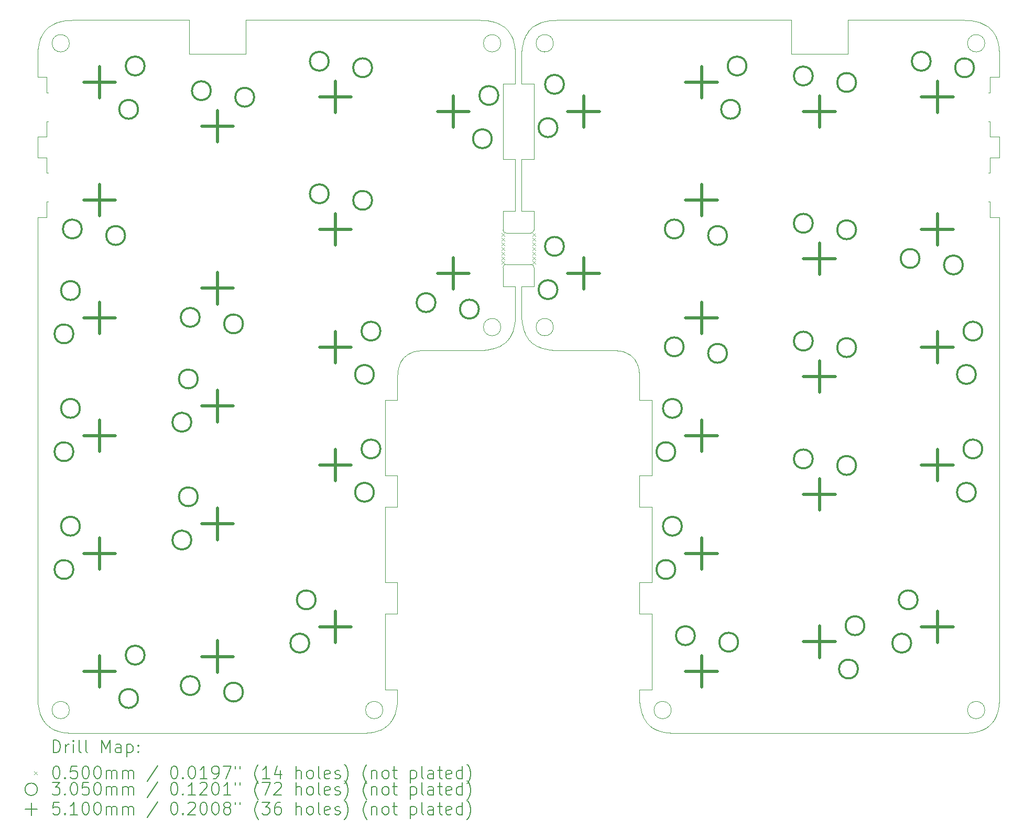
<source format=gbr>
%TF.GenerationSoftware,KiCad,Pcbnew,(6.0.11-0)*%
%TF.CreationDate,2023-02-19T21:30:22+08:00*%
%TF.ProjectId,Combined,436f6d62-696e-4656-942e-6b696361645f,rev?*%
%TF.SameCoordinates,Original*%
%TF.FileFunction,Drillmap*%
%TF.FilePolarity,Positive*%
%FSLAX45Y45*%
G04 Gerber Fmt 4.5, Leading zero omitted, Abs format (unit mm)*
G04 Created by KiCad (PCBNEW (6.0.11-0)) date 2023-02-19 21:30:22*
%MOMM*%
%LPD*%
G01*
G04 APERTURE LIST*
%ADD10C,0.030000*%
%ADD11C,0.038100*%
%ADD12C,0.000100*%
%ADD13C,0.010000*%
%ADD14C,0.200000*%
%ADD15C,0.050000*%
%ADD16C,0.305000*%
%ADD17C,0.510000*%
G04 APERTURE END LIST*
D10*
X10880009Y-1502550D02*
X10869600Y-1503815D01*
X11011527Y-6834324D02*
X10933311Y-6832109D01*
X10173777Y-6684055D02*
X10167528Y-6690323D01*
D11*
X8507518Y-6953332D02*
X8516527Y-6944324D01*
X8649491Y-6863001D02*
X8674491Y-6855324D01*
D10*
X17870528Y-1557578D02*
X17918091Y-1584237D01*
D11*
X12299494Y-7118230D02*
X12304527Y-7140324D01*
D10*
X8344528Y-12764574D02*
X8317869Y-12812138D01*
D11*
X2741527Y-4432979D02*
X2766527Y-4432978D01*
D10*
X9863862Y-1505078D02*
X9923683Y-1516010D01*
D11*
X11921527Y-6835324D02*
X11888527Y-6834324D01*
D10*
X10411527Y-4581424D02*
X10611527Y-4581424D01*
D12*
X10076527Y-1870578D02*
G75*
G03*
X10076527Y-1870578I-140000J0D01*
G01*
D10*
X8249990Y-12894075D02*
X8256259Y-12887823D01*
X10413741Y-2017363D02*
X10418496Y-1964063D01*
D11*
X12010527Y-6846324D02*
X11989317Y-6842373D01*
D10*
X8193092Y-12936915D02*
X8236762Y-12905885D01*
X7884745Y-13023357D02*
X7938044Y-13018602D01*
D11*
X2591527Y-2418979D02*
X2741527Y-2418979D01*
D10*
X10276597Y-6503520D02*
X10273549Y-6512535D01*
X2680185Y-1709014D02*
X2711215Y-1665344D01*
X2852527Y-12963574D02*
X2804962Y-12936916D01*
X17683862Y-1505077D02*
X17743683Y-1516008D01*
D11*
X2591527Y-4682979D02*
X2741527Y-4682979D01*
D10*
X17809737Y-1533555D02*
X17818753Y-1536602D01*
D11*
X18131527Y-3382978D02*
X17981527Y-3382978D01*
D10*
X10466098Y-6556537D02*
X10473527Y-6573324D01*
D11*
X12197527Y-6935324D02*
X12188049Y-6926767D01*
X8834527Y-6834324D02*
X8846527Y-6834324D01*
D10*
X10050526Y-1557578D02*
X10098092Y-1584237D01*
X18096597Y-12694770D02*
X18093549Y-12703784D01*
X7958863Y-13016075D02*
X8018684Y-13005142D01*
X12316527Y-8862174D02*
X12516527Y-8862174D01*
X10273549Y-6512535D02*
X10270501Y-6521549D01*
X2599762Y-1953653D02*
X2601026Y-1943244D01*
X10309311Y-6312541D02*
X10304556Y-6365841D01*
D11*
X17981527Y-4432979D02*
X17956527Y-4432979D01*
D10*
X3039192Y-1505078D02*
X2979371Y-1516010D01*
X10452550Y-1808353D02*
X10466098Y-1773367D01*
X18069527Y-12764574D02*
X18042868Y-12812138D01*
X8406527Y-12317774D02*
X8206527Y-12317774D01*
D11*
X8599700Y-6883993D02*
X8611742Y-6878282D01*
D10*
X12442121Y-12862422D02*
X12448026Y-12869037D01*
X12764192Y-13016076D02*
X12704370Y-13005144D01*
D12*
X17896525Y-12650573D02*
G75*
G03*
X17896525Y-12650573I-140000J0D01*
G01*
D10*
X9711526Y-6834323D02*
X9789745Y-6832107D01*
D11*
X12287850Y-7077288D02*
X12295527Y-7102288D01*
D10*
X10624963Y-6745665D02*
X10581292Y-6714635D01*
D11*
X8206527Y-10589974D02*
X8206527Y-9369974D01*
D10*
X8351956Y-12747786D02*
X8344528Y-12764574D01*
X3039192Y-13016074D02*
X2979371Y-13005142D01*
D11*
X8516527Y-6944324D02*
X8525535Y-6935315D01*
D10*
X17981258Y-12887823D02*
X17987527Y-12881573D01*
X10418498Y-6365841D02*
X10419763Y-6376251D01*
D11*
X8456196Y-7027497D02*
X8464527Y-7012324D01*
X11876527Y-6834324D02*
X11888527Y-6834324D01*
D10*
X8406527Y-9369974D02*
X8206527Y-9369974D01*
D11*
X12299494Y-7118230D02*
X12295527Y-7102324D01*
X8636638Y-6867786D02*
X8649491Y-6863001D01*
D10*
X10256955Y-6556536D02*
X10249527Y-6573323D01*
D11*
X8407793Y-7223968D02*
X8409061Y-7207968D01*
D10*
X18093549Y-1817366D02*
X18090500Y-1808352D01*
D11*
X2741527Y-3382979D02*
X2741527Y-3132979D01*
D10*
X3060010Y-1502550D02*
X3049601Y-1503814D01*
D12*
X3106527Y-12650574D02*
G75*
G03*
X3106527Y-12650574I-140000J0D01*
G01*
D10*
X10304555Y-1964062D02*
X10303292Y-1953653D01*
X2626457Y-12694771D02*
X2629505Y-12703785D01*
D11*
X17981527Y-3132978D02*
X17956527Y-3132979D01*
X8206527Y-12317774D02*
X8206527Y-11097774D01*
D10*
X9980724Y-1530508D02*
X9989738Y-1533557D01*
X18122028Y-1943242D02*
X18111095Y-1883421D01*
X10309310Y-2017362D02*
X10304555Y-1964062D01*
X12316527Y-10589974D02*
X12516527Y-10589974D01*
X8397028Y-12577909D02*
X8386096Y-12637730D01*
X10419761Y-1953653D02*
X10421024Y-1943244D01*
X12916527Y-13025574D02*
X17531527Y-13025574D01*
X18131526Y-12425573D02*
X18129312Y-12503790D01*
X8398292Y-12567499D02*
X8397028Y-12577909D01*
X18005933Y-1658730D02*
X18000028Y-1652115D01*
X17531527Y-1495579D02*
X15681227Y-1495579D01*
X10418496Y-1964063D02*
X10419761Y-1953653D01*
D11*
X8406527Y-11097774D02*
X8406527Y-10589974D01*
D10*
X10869600Y-1503815D02*
X10859190Y-1505077D01*
D11*
X8584527Y-6892324D02*
X8571527Y-6900324D01*
D10*
X2729276Y-1645848D02*
X2735527Y-1639579D01*
X2748065Y-1627078D02*
X2741796Y-1633328D01*
D11*
X2741527Y-3132979D02*
X2766527Y-3132978D01*
D10*
X2632553Y-12712799D02*
X2646098Y-12747787D01*
X10742328Y-1530508D02*
X10733314Y-1533556D01*
D12*
X10926528Y-6459323D02*
G75*
G03*
X10926528Y-6459323I-140000J0D01*
G01*
D10*
X18096598Y-1826380D02*
X18093549Y-1817366D01*
X9853453Y-6826088D02*
X9863862Y-6824824D01*
X10799370Y-6813894D02*
X10742329Y-6799396D01*
X11011527Y-1495579D02*
X14766827Y-1495579D01*
X10419763Y-6376251D02*
X10421025Y-6386661D01*
X17968375Y-1621171D02*
X17974989Y-1627077D01*
X18111095Y-1883421D02*
X18096598Y-1826380D01*
D11*
X18131527Y-4682979D02*
X17981527Y-4682979D01*
X12237527Y-6980324D02*
X12246894Y-6993865D01*
X17981527Y-2668979D02*
X17956527Y-2668979D01*
X8409061Y-7207968D02*
X8412452Y-7176750D01*
X8498970Y-6962801D02*
X8485527Y-6980324D01*
D10*
X17800724Y-1530507D02*
X17809737Y-1533555D01*
X10446455Y-1826381D02*
X10449503Y-1817368D01*
D11*
X10111527Y-5800624D02*
X10111527Y-5493879D01*
D10*
X18076956Y-1773364D02*
X18069526Y-1756577D01*
X10561794Y-1633329D02*
X10555526Y-1639578D01*
X8406527Y-7642173D02*
X8206527Y-7642173D01*
D11*
X15224027Y-2045301D02*
X14766827Y-2045301D01*
X2591527Y-3718978D02*
X2741527Y-3718978D01*
X8476159Y-6993865D02*
X8485527Y-6980324D01*
X17981527Y-2418979D02*
X17981527Y-2668979D01*
X10611527Y-2528524D02*
X10611527Y-3748524D01*
D10*
X3060010Y-13018603D02*
X3049601Y-13017339D01*
D11*
X12206527Y-6944324D02*
X12215535Y-6953332D01*
D10*
X10222869Y-6620888D02*
X10191839Y-6664558D01*
X2748065Y-12894075D02*
X2741796Y-12887824D01*
X10933308Y-1497795D02*
X10880009Y-1502550D01*
X8268777Y-12875304D02*
X8262527Y-12881573D01*
X10154989Y-1627078D02*
X10161258Y-1633328D01*
D11*
X8748953Y-6840249D02*
X8733736Y-6842373D01*
D10*
X17968375Y-12899980D02*
X17974990Y-12894075D01*
X12316526Y-12425575D02*
X12318743Y-12503792D01*
X9789744Y-1497795D02*
X9843043Y-1502550D01*
X12318743Y-12503792D02*
X12323498Y-12557091D01*
X18042868Y-1709013D02*
X18011839Y-1665343D01*
X10421025Y-6386661D02*
X10431960Y-6446482D01*
X10185933Y-1658730D02*
X10180027Y-1652117D01*
D11*
X12310601Y-7176750D02*
X12308477Y-7161533D01*
D10*
X2761292Y-1615267D02*
X2754678Y-1621173D01*
X10880011Y-6827355D02*
X10869601Y-6826089D01*
D11*
X17981527Y-3718978D02*
X17981527Y-3968978D01*
D10*
X2629505Y-12703785D02*
X2632553Y-12712799D01*
D11*
X12010527Y-6846324D02*
X12032620Y-6851356D01*
X8427527Y-7102288D02*
X8435204Y-7077288D01*
D10*
X2626456Y-1826382D02*
X2629504Y-1817367D01*
X8280934Y-12862422D02*
X8275028Y-12869036D01*
X18000028Y-12869035D02*
X17993777Y-12875304D01*
X10733314Y-1533556D02*
X10724299Y-1536605D01*
X10466098Y-1773367D02*
X10473526Y-1756578D01*
X18090502Y-12712799D02*
X18076955Y-12747786D01*
D13*
X10111536Y-4888524D02*
G75*
G03*
X10161527Y-4938524I49994J-6D01*
G01*
D10*
X8075724Y-12990644D02*
X8084739Y-12987596D01*
X18076955Y-12747786D02*
X18069527Y-12764574D01*
X18129311Y-2017360D02*
X18124555Y-1964061D01*
D11*
X10611527Y-4581424D02*
X10611527Y-4888524D01*
D10*
X17531527Y-13025574D02*
X17609745Y-13023357D01*
X10291095Y-1883423D02*
X10276597Y-1826381D01*
X9843043Y-1502550D02*
X9853452Y-1503814D01*
X10191839Y-6664558D02*
X10185933Y-6671172D01*
X10413743Y-6312542D02*
X10418498Y-6365841D01*
X3049601Y-13017339D02*
X3039192Y-13016074D01*
D11*
X12516527Y-9369974D02*
X12516527Y-10589974D01*
D10*
X17974990Y-12894075D02*
X17981258Y-12887823D01*
X10449504Y-6512536D02*
X10452554Y-6521551D01*
X12323498Y-12557091D02*
X12324763Y-12567501D01*
X8018684Y-13005142D02*
X8075724Y-12990644D01*
X18090500Y-1808352D02*
X18076956Y-1773364D01*
X12647329Y-12990646D02*
X12638316Y-12987598D01*
X2723026Y-12869036D02*
X2729277Y-12875305D01*
D11*
X10311527Y-2095579D02*
X10311527Y-2528524D01*
X10611527Y-5800624D02*
X10611527Y-5493879D01*
X5041827Y-1495579D02*
X5041827Y-2045301D01*
D10*
X2804962Y-1584237D02*
X2761292Y-1615267D01*
X12594315Y-12971003D02*
X12577526Y-12963574D01*
X18129312Y-12503790D02*
X18124556Y-12557090D01*
D12*
X10926527Y-1870579D02*
G75*
G03*
X10926527Y-1870579I-140000J0D01*
G01*
D11*
X12316527Y-8862174D02*
X12316527Y-9369974D01*
X8406527Y-9369974D02*
X8406527Y-8862174D01*
X10411527Y-3748524D02*
X10411527Y-4581424D01*
D10*
X10574678Y-1621173D02*
X10568063Y-1627077D01*
D11*
X10111527Y-4888524D02*
X10111527Y-4581424D01*
X8418527Y-7140324D02*
X8414576Y-7161533D01*
D13*
X10561527Y-4938517D02*
G75*
G03*
X10611527Y-4888524I13J49987D01*
G01*
D10*
X12357554Y-12712801D02*
X12371098Y-12747787D01*
D11*
X12313992Y-7207968D02*
X12315261Y-7223968D01*
D10*
X12785011Y-13018605D02*
X12774601Y-13017339D01*
X2601026Y-12577909D02*
X2611959Y-12637730D01*
D11*
X12151527Y-6900324D02*
X12156985Y-6903956D01*
D10*
X8236762Y-12905885D02*
X8243375Y-12899980D01*
X10500186Y-6620889D02*
X10531215Y-6664560D01*
D11*
X8733736Y-6842373D02*
X8712527Y-6846324D01*
D10*
X2979371Y-1516010D02*
X2922330Y-1530508D01*
X17993776Y-1645846D02*
X17987527Y-1639577D01*
X2723026Y-1652117D02*
X2729276Y-1645848D01*
X12436215Y-12855810D02*
X12442121Y-12862422D01*
X8084739Y-12987596D02*
X8093753Y-12984547D01*
X10724301Y-6793300D02*
X10689315Y-6779753D01*
X10270500Y-1808354D02*
X10256956Y-1773366D01*
X10311527Y-5801424D02*
X10111527Y-5801424D01*
X10291095Y-6446479D02*
X10276597Y-6503520D01*
X18069526Y-1756577D02*
X18042868Y-1709013D01*
X10302027Y-1943243D02*
X10291095Y-1883423D01*
X9998752Y-1536604D02*
X10033740Y-1550150D01*
D11*
X15681227Y-2045301D02*
X15224027Y-2045301D01*
X11989317Y-6842373D02*
X11974100Y-6840249D01*
X8450486Y-7039539D02*
X8456196Y-7027497D01*
D10*
X2680185Y-12812139D02*
X2711216Y-12855808D01*
D11*
X8439989Y-7064435D02*
X8450486Y-7039539D01*
D10*
X18011839Y-1665343D02*
X18005933Y-1658730D01*
X10537121Y-6671172D02*
X10543026Y-6677787D01*
X10273549Y-1817368D02*
X10270500Y-1808354D01*
X10180028Y-6677785D02*
X10173777Y-6684055D01*
X2904301Y-12984548D02*
X2869314Y-12971003D01*
D11*
X8407527Y-7229324D02*
X8406527Y-7262324D01*
D10*
X17531527Y-1495579D02*
X17609743Y-1497793D01*
X10537119Y-1658731D02*
X10543025Y-1652117D01*
X9843043Y-6827352D02*
X9853453Y-6826088D01*
X12486292Y-12905885D02*
X12479679Y-12899982D01*
D11*
X5956227Y-1495579D02*
X5956227Y-2045301D01*
X12224083Y-6962801D02*
X12215527Y-6953324D01*
X12197518Y-6935315D02*
X12206527Y-6944324D01*
D13*
X10611521Y-5493879D02*
G75*
G03*
X10561527Y-5443879I-50001J-1D01*
G01*
D10*
X8399556Y-12557090D02*
X8398292Y-12567499D01*
X8365502Y-12712800D02*
X8351956Y-12747786D01*
X12316527Y-9369974D02*
X12516527Y-9369974D01*
D11*
X2741527Y-4682979D02*
X2741527Y-4432979D01*
D10*
X9998752Y-6793298D02*
X10033740Y-6779752D01*
X17663044Y-13018602D02*
X17673453Y-13017338D01*
X9923683Y-1516010D02*
X9980724Y-1530508D01*
X18131527Y-2095578D02*
X18129311Y-2017360D01*
D11*
X2741527Y-3968978D02*
X2741527Y-3718978D01*
D10*
X9853452Y-1503814D02*
X9863862Y-1505078D01*
X17800725Y-12990644D02*
X17809739Y-12987596D01*
X12577526Y-12963574D02*
X12529962Y-12936915D01*
X17918091Y-1584237D02*
X17961762Y-1615267D01*
D11*
X12283064Y-7064435D02*
X12287850Y-7077288D01*
D10*
X18122027Y-12577908D02*
X18111096Y-12637730D01*
X10543025Y-1652117D02*
X10549276Y-1645847D01*
X2754679Y-12899980D02*
X2748065Y-12894075D01*
D11*
X2741527Y-2668979D02*
X2766527Y-2668979D01*
X8507527Y-6953324D02*
X8498970Y-6962801D01*
X3191527Y-13025574D02*
X7806527Y-13025574D01*
D10*
X2632553Y-1808353D02*
X2646098Y-1773366D01*
X2611959Y-12637730D02*
X2626457Y-12694771D01*
X12351455Y-12694772D02*
X12354504Y-12703786D01*
D11*
X12310601Y-7176750D02*
X12313992Y-7207968D01*
D10*
X8386096Y-12637730D02*
X8371598Y-12694770D01*
X12324763Y-12567501D02*
X12326025Y-12577911D01*
X10446456Y-6503522D02*
X10449504Y-6512536D01*
X10531215Y-6664560D02*
X10537121Y-6671172D01*
X10568063Y-1627077D02*
X10561794Y-1633329D01*
D11*
X8407527Y-7229324D02*
X8407793Y-7223968D01*
D10*
X10742329Y-6799396D02*
X10733316Y-6796348D01*
X12354504Y-12703786D02*
X12357554Y-12712801D01*
X10733316Y-6796348D02*
X10724301Y-6793300D01*
X18131527Y-3382978D02*
X18131527Y-3718978D01*
D11*
X8780171Y-6836858D02*
X8796171Y-6835590D01*
D10*
X9863862Y-6824824D02*
X9923683Y-6813891D01*
D11*
X8435204Y-7077288D02*
X8439989Y-7064435D01*
D10*
X10311527Y-2528524D02*
X10111527Y-2528524D01*
D11*
X14766827Y-2045301D02*
X14766827Y-1495579D01*
D10*
X8368550Y-12703784D02*
X8365502Y-12712800D01*
D11*
X12048562Y-6855324D02*
X12073562Y-6863001D01*
D10*
X8256259Y-12887823D02*
X8262527Y-12881573D01*
X9989738Y-1533557D02*
X9998752Y-1536604D01*
X12466795Y-12887825D02*
X12460525Y-12881575D01*
D11*
X8690434Y-6851356D02*
X8712527Y-6846324D01*
X8584527Y-6892324D02*
X8599700Y-6883993D01*
D10*
X12316527Y-12317774D02*
X12316527Y-12425574D01*
X9989738Y-6796346D02*
X9998752Y-6793298D01*
X10033740Y-1550150D02*
X10050526Y-1557578D01*
X10222868Y-1709014D02*
X10191838Y-1665345D01*
X10276597Y-1826381D02*
X10273549Y-1817368D01*
D11*
X12258527Y-7012324D02*
X12250527Y-6999324D01*
D10*
X12838311Y-13023359D02*
X12785011Y-13018605D01*
D11*
X12516527Y-11097774D02*
X12516527Y-12317774D01*
D10*
X10473527Y-6573324D02*
X10500186Y-6620889D01*
D12*
X12831527Y-12650573D02*
G75*
G03*
X12831527Y-12650573I-140000J0D01*
G01*
D10*
X10304556Y-6365841D02*
X10303292Y-6376249D01*
X2869314Y-12971003D02*
X2852527Y-12963574D01*
X10098092Y-6745665D02*
X10141761Y-6714634D01*
X2717121Y-1658730D02*
X2723026Y-1652117D01*
X3191527Y-1495579D02*
X3113309Y-1497795D01*
D11*
X2591527Y-3382979D02*
X2741527Y-3382979D01*
D10*
X12371098Y-12747787D02*
X12378527Y-12764574D01*
D11*
X9711527Y-1495579D02*
X5956227Y-1495579D01*
D10*
X12916527Y-13025574D02*
X12838311Y-13023359D01*
X2741796Y-1633328D02*
X2735527Y-1639579D01*
D12*
X10076527Y-6459324D02*
G75*
G03*
X10076527Y-6459324I-140000J0D01*
G01*
D10*
X17673452Y-1503813D02*
X17683862Y-1505077D01*
X2599762Y-12567500D02*
X2601026Y-12577909D01*
D11*
X12516527Y-7642173D02*
X12516527Y-8862174D01*
D10*
X10531215Y-1665344D02*
X10537119Y-1658731D01*
X18000028Y-1652115D02*
X17993776Y-1645846D01*
D11*
X8566068Y-6903956D02*
X8571527Y-6900324D01*
D10*
X9711527Y-1495579D02*
X9789744Y-1497795D01*
D11*
X12316527Y-7262324D02*
X12315527Y-7229324D01*
D10*
X7948453Y-13017338D02*
X7958863Y-13016075D01*
X11876527Y-6834324D02*
X11011527Y-6834324D01*
X10154988Y-6702824D02*
X10161259Y-6696573D01*
X10500185Y-1709014D02*
X10531215Y-1665344D01*
X2804962Y-12936916D02*
X2761293Y-12905885D01*
X2653527Y-1756579D02*
X2680185Y-1709014D01*
X3049601Y-1503814D02*
X3039192Y-1505078D01*
X10311527Y-4581424D02*
X10111527Y-4581424D01*
D11*
X12308477Y-7161533D02*
X12304527Y-7140324D01*
D10*
X9789745Y-6832107D02*
X9843043Y-6827352D01*
X2979371Y-13005142D02*
X2922330Y-12990644D01*
D12*
X17896526Y-1870579D02*
G75*
G03*
X17896526Y-1870579I-140000J0D01*
G01*
D10*
X10574679Y-6708732D02*
X10568064Y-6702826D01*
X10141761Y-6714634D02*
X10148376Y-6708729D01*
X12704370Y-13005144D02*
X12647329Y-12990646D01*
D11*
X12246894Y-6993865D02*
X12250527Y-6999324D01*
D10*
X10672526Y-1557579D02*
X10624961Y-1584237D01*
X12326025Y-12577911D02*
X12336959Y-12637732D01*
X8406527Y-8862173D02*
X8206527Y-8862173D01*
D11*
X8611742Y-6878282D02*
X8636638Y-6867786D01*
D10*
X9980725Y-6799393D02*
X9989738Y-6796346D01*
X17853740Y-12971003D02*
X17870527Y-12963573D01*
D11*
X2741527Y-3968978D02*
X2766527Y-3968978D01*
D10*
X8371598Y-12694770D02*
X8368550Y-12703784D01*
X12638316Y-12987598D02*
X12629301Y-12984550D01*
D11*
X11942883Y-6836858D02*
X11974100Y-6840249D01*
D10*
X12774601Y-13017339D02*
X12764192Y-13016076D01*
X10185933Y-6671172D02*
X10180028Y-6677785D01*
X10303292Y-6376249D02*
X10302027Y-6386658D01*
D13*
X10161527Y-5443877D02*
G75*
G03*
X10111527Y-5493879I13J-50013D01*
G01*
D10*
X10431960Y-6446482D02*
X10446456Y-6503522D01*
X10256956Y-1773366D02*
X10249527Y-1756578D01*
D11*
X17981527Y-3968978D02*
X17956527Y-3968979D01*
X12151527Y-6900324D02*
X12138527Y-6892324D01*
D10*
X10411526Y-6234325D02*
X10413743Y-6312542D01*
X10191838Y-1665345D02*
X10185933Y-1658730D01*
X18042868Y-12812138D02*
X18011838Y-12855809D01*
X12405185Y-12812139D02*
X12436215Y-12855810D01*
X2717121Y-12862422D02*
X2723026Y-12869036D01*
X17809739Y-12987596D02*
X17818752Y-12984547D01*
X10568064Y-6702826D02*
X10561795Y-6696575D01*
D11*
X18131527Y-3718978D02*
X17981527Y-3718978D01*
X12123354Y-6883993D02*
X12138527Y-6892324D01*
D10*
X12316527Y-11097774D02*
X12516527Y-11097774D01*
X18011838Y-12855809D02*
X18005934Y-12862422D01*
X17853739Y-1550150D02*
X17870528Y-1557578D01*
X2593743Y-12503791D02*
X2598498Y-12557090D01*
D11*
X5956227Y-2045301D02*
X5041827Y-2045301D01*
D10*
X8145528Y-12963573D02*
X8193092Y-12936915D01*
X12316527Y-7642173D02*
X12516527Y-7642173D01*
D11*
X8796171Y-6835590D02*
X8801527Y-6835324D01*
X3191527Y-1495579D02*
X5041827Y-1495579D01*
X8472527Y-6999324D02*
X8476159Y-6993865D01*
D10*
X2913315Y-12987596D02*
X2904301Y-12984548D01*
X10933311Y-6832109D02*
X10880011Y-6827355D01*
D11*
X8406527Y-12425574D02*
X8406527Y-12317774D01*
X12272568Y-7039539D02*
X12283064Y-7064435D01*
X2591527Y-4682979D02*
X2591527Y-12425574D01*
D10*
X17743683Y-1516008D02*
X17800724Y-1530507D01*
D11*
X17981527Y-4432979D02*
X17981527Y-4682979D01*
D10*
X8093753Y-12984547D02*
X8128740Y-12971002D01*
X17981258Y-1633328D02*
X17987527Y-1639577D01*
X17918092Y-12936916D02*
X17961762Y-12905885D01*
X2852527Y-1557579D02*
X2804962Y-1584237D01*
X12479679Y-12899982D02*
X12473064Y-12894076D01*
X2646098Y-12747787D02*
X2653527Y-12764574D01*
X17818753Y-1536602D02*
X17853739Y-1550150D01*
X8406527Y-11097774D02*
X8206527Y-11097774D01*
X2598498Y-1964062D02*
X2599762Y-1953653D01*
X17993777Y-12875304D02*
X17987527Y-12881573D01*
X10543026Y-6677787D02*
X10549277Y-6684056D01*
X10452554Y-6521551D02*
X10466098Y-6556537D01*
X2611958Y-1883423D02*
X2626456Y-1826382D01*
X10148376Y-6708729D02*
X10154988Y-6702824D01*
X2729277Y-12875305D02*
X2735527Y-12881574D01*
X10303292Y-1953653D02*
X10302027Y-1943243D01*
X18131527Y-4682979D02*
X18131527Y-12425574D01*
X18124555Y-1964061D02*
X18123291Y-1953652D01*
X17961762Y-12905885D02*
X17968375Y-12899980D01*
D11*
X8690434Y-6851356D02*
X8674527Y-6855324D01*
X8406527Y-7274324D02*
X8406527Y-7642173D01*
D10*
X18124556Y-12557090D02*
X18123291Y-12567499D01*
D11*
X12316527Y-7262324D02*
X12316527Y-7274324D01*
D10*
X10724299Y-1536605D02*
X10689313Y-1550149D01*
X8317869Y-12812138D02*
X8286838Y-12855808D01*
X17961762Y-1615267D02*
X17968375Y-1621171D01*
X8406527Y-10589974D02*
X8206527Y-10589974D01*
X12336959Y-12637732D02*
X12351455Y-12694772D01*
X2591527Y-2095579D02*
X2593743Y-2017361D01*
X10311527Y-2095579D02*
X10309310Y-2017362D01*
X10421024Y-1943244D02*
X10431956Y-1883422D01*
D11*
X8834527Y-6834324D02*
X8801527Y-6835324D01*
D10*
X2904301Y-1536605D02*
X2869314Y-1550150D01*
X12473064Y-12894076D02*
X12466795Y-12887825D01*
D11*
X10111527Y-3748524D02*
X10111527Y-2528524D01*
D10*
X18131527Y-2418979D02*
X18131527Y-2095579D01*
D11*
X10561527Y-5443879D02*
X10161527Y-5443879D01*
X12156985Y-6903956D02*
X12170527Y-6913324D01*
D10*
X2601026Y-1943244D02*
X2611958Y-1883423D01*
X10869601Y-6826089D02*
X10859192Y-6824826D01*
X10473526Y-1756578D02*
X10500185Y-1709014D01*
X10411527Y-3748524D02*
X10611527Y-3748524D01*
D11*
X17981527Y-3132978D02*
X17981527Y-3382978D01*
X2741527Y-2668979D02*
X2741527Y-2418979D01*
X10311527Y-5801424D02*
X10311527Y-6234324D01*
D10*
X17673453Y-13017338D02*
X17683863Y-13016075D01*
X10050526Y-6772323D02*
X10098092Y-6745665D01*
X17683863Y-13016075D02*
X17743684Y-13005142D01*
D11*
X8552527Y-6913324D02*
X8535004Y-6926767D01*
D10*
X17663043Y-1502549D02*
X17673452Y-1503813D01*
X10799368Y-1516011D02*
X10742328Y-1530508D01*
X9923683Y-6813891D02*
X9980725Y-6799393D01*
D11*
X15681227Y-2045301D02*
X15681227Y-1495579D01*
D10*
X10302027Y-6386658D02*
X10291095Y-6446479D01*
X2629504Y-1817367D02*
X2632553Y-1808353D01*
X17974989Y-1627077D02*
X17981258Y-1633328D01*
D11*
X12188049Y-6926767D02*
X12170527Y-6913324D01*
D10*
X12448026Y-12869037D02*
X12454277Y-12875306D01*
X11011526Y-1495578D02*
X10933308Y-1497795D01*
X10411527Y-2528524D02*
X10411527Y-2095579D01*
X2711215Y-1665344D02*
X2717121Y-1658730D01*
X10431956Y-1883422D02*
X10446455Y-1826381D01*
D11*
X11926883Y-6835590D02*
X11942883Y-6836858D01*
D10*
X2754678Y-1621173D02*
X2748065Y-1627078D01*
X10689313Y-1550149D02*
X10672526Y-1557579D01*
X2646098Y-1773366D02*
X2653527Y-1756579D01*
D11*
X8406527Y-7274324D02*
X8406527Y-7262324D01*
D10*
X2869314Y-1550150D02*
X2852527Y-1557579D01*
D11*
X12316527Y-7642173D02*
X12316527Y-7274324D01*
D10*
X18111096Y-12637730D02*
X18096597Y-12694770D01*
X10411527Y-2095579D02*
X10413741Y-2017363D01*
D11*
X12237527Y-6980324D02*
X12224083Y-6962801D01*
X10161527Y-4938524D02*
X10561527Y-4938524D01*
D10*
X17818752Y-12984547D02*
X17853740Y-12971003D01*
X10311527Y-6234324D02*
X10309311Y-6312541D01*
X10270501Y-6521549D02*
X10256955Y-6556536D01*
X17870527Y-12963573D02*
X17918092Y-12936916D01*
X2741796Y-12887824D02*
X2735527Y-12881574D01*
X10249527Y-6573323D02*
X10222869Y-6620888D01*
X8286838Y-12855808D02*
X8280934Y-12862422D01*
D11*
X8418527Y-7140324D02*
X8423559Y-7118230D01*
X8206527Y-8862173D02*
X8206527Y-7642173D01*
D10*
X10581292Y-6714635D02*
X10574679Y-6708732D01*
X2591527Y-2095579D02*
X2591527Y-2418979D01*
D11*
X18131527Y-2418979D02*
X17981527Y-2418979D01*
D10*
X10411527Y-6234324D02*
X10411527Y-5801424D01*
X10449503Y-1817368D02*
X10452550Y-1808353D01*
X10689315Y-6779753D02*
X10672526Y-6772324D01*
X2591527Y-3382979D02*
X2591527Y-3718978D01*
X12629301Y-12984550D02*
X12594315Y-12971003D01*
X10141761Y-1615267D02*
X10148375Y-1621173D01*
X18123291Y-1953652D02*
X18122028Y-1943242D01*
X3113309Y-1497795D02*
X3060010Y-1502550D01*
X10624961Y-1584237D02*
X10581290Y-1615267D01*
X2711216Y-12855808D02*
X2717121Y-12862422D01*
X8275028Y-12869036D02*
X8268777Y-12875304D01*
D11*
X8472527Y-6999324D02*
X8464527Y-7012324D01*
D10*
X10859190Y-1505077D02*
X10799368Y-1516011D01*
X2593743Y-2017361D02*
X2598498Y-1964062D01*
X10549276Y-1645847D02*
X10555526Y-1639578D01*
X17743684Y-13005142D02*
X17800725Y-12990644D01*
X10180027Y-1652117D02*
X10173777Y-1645848D01*
D11*
X12266857Y-7027497D02*
X12272568Y-7039539D01*
X12258527Y-7012324D02*
X12266857Y-7027497D01*
D10*
X18005934Y-12862422D02*
X18000028Y-12869035D01*
X10561795Y-6696575D02*
X10555525Y-6690325D01*
X10311527Y-3748524D02*
X10111527Y-3748524D01*
X2922330Y-1530508D02*
X2913315Y-1533556D01*
X18123291Y-12567499D02*
X18122027Y-12577908D01*
D11*
X8552527Y-6913324D02*
X8566068Y-6903956D01*
X8748953Y-6840249D02*
X8780171Y-6836858D01*
D10*
X10549277Y-6684056D02*
X10555525Y-6690325D01*
X8128740Y-12971002D02*
X8145528Y-12963573D01*
X12316527Y-12317774D02*
X12516527Y-12317774D01*
X3191527Y-13025574D02*
X3113310Y-13023358D01*
X8406527Y-12425574D02*
X8404312Y-12503790D01*
X18093549Y-12703784D02*
X18090502Y-12712799D01*
X2922330Y-12990644D02*
X2913315Y-12987596D01*
D11*
X11921527Y-6835324D02*
X11926883Y-6835590D01*
D10*
X10672526Y-6772324D02*
X10624963Y-6745665D01*
X10581290Y-1615267D02*
X10574678Y-1621173D01*
D11*
X12316527Y-10589974D02*
X12316527Y-11097774D01*
D10*
X10859192Y-6824826D02*
X10799370Y-6813894D01*
X2598498Y-12557090D02*
X2599762Y-12567500D01*
X12454277Y-12875306D02*
X12460525Y-12881575D01*
X10161259Y-6696573D02*
X10167528Y-6690323D01*
X10411527Y-5801424D02*
X10611527Y-5801424D01*
X17609743Y-1497793D02*
X17663043Y-1502549D01*
X3113310Y-13023358D02*
X3060010Y-13018603D01*
X12378527Y-12764574D02*
X12405185Y-12812139D01*
X10033740Y-6779752D02*
X10050526Y-6772323D01*
X10148375Y-1621173D02*
X10154989Y-1627078D01*
X10173777Y-1645848D02*
X10167527Y-1639578D01*
X10249527Y-1756578D02*
X10222868Y-1709014D01*
D11*
X8427527Y-7102324D02*
X8423559Y-7118230D01*
D10*
X10161258Y-1633328D02*
X10167527Y-1639578D01*
D11*
X12073562Y-6863001D02*
X12086415Y-6867786D01*
D10*
X2761293Y-12905885D02*
X2754679Y-12899980D01*
D11*
X8414576Y-7161533D02*
X8412452Y-7176750D01*
D10*
X7938044Y-13018602D02*
X7948453Y-13017338D01*
X2591527Y-12425573D02*
X2593743Y-12503791D01*
X12529962Y-12936915D02*
X12486292Y-12905885D01*
X2653527Y-12764574D02*
X2680185Y-12812139D01*
X2913315Y-1533556D02*
X2904301Y-1536605D01*
X8404312Y-12503790D02*
X8399556Y-12557090D01*
D11*
X12048527Y-6855324D02*
X12032620Y-6851356D01*
X12315261Y-7223968D02*
X12315527Y-7229324D01*
X12111311Y-6878282D02*
X12123354Y-6883993D01*
D12*
X3106526Y-1870579D02*
G75*
G03*
X3106526Y-1870579I-140000J0D01*
G01*
D10*
X7806527Y-13025574D02*
X7884745Y-13023357D01*
D11*
X9711527Y-6834324D02*
X8846527Y-6834324D01*
X8535004Y-6926767D02*
X8525527Y-6935324D01*
X10311527Y-4581424D02*
X10311527Y-3748524D01*
X12086415Y-6867786D02*
X12111311Y-6878282D01*
D10*
X10411527Y-2528524D02*
X10611527Y-2528524D01*
X10098092Y-1584237D02*
X10141761Y-1615267D01*
D12*
X8171527Y-12650574D02*
G75*
G03*
X8171527Y-12650574I-140000J0D01*
G01*
D10*
X17609745Y-13023357D02*
X17663044Y-13018602D01*
X8243375Y-12899980D02*
X8249990Y-12894075D01*
D14*
D15*
X10086527Y-4941424D02*
X10136527Y-4991424D01*
X10136527Y-4941424D02*
X10086527Y-4991424D01*
X10086527Y-5016424D02*
X10136527Y-5066424D01*
X10136527Y-5016424D02*
X10086527Y-5066424D01*
X10086527Y-5091424D02*
X10136527Y-5141424D01*
X10136527Y-5091424D02*
X10086527Y-5141424D01*
X10086527Y-5166424D02*
X10136527Y-5216424D01*
X10136527Y-5166424D02*
X10086527Y-5216424D01*
X10086527Y-5241424D02*
X10136527Y-5291424D01*
X10136527Y-5241424D02*
X10086527Y-5291424D01*
X10086527Y-5316424D02*
X10136527Y-5366424D01*
X10136527Y-5316424D02*
X10086527Y-5366424D01*
X10086527Y-5391424D02*
X10136527Y-5441424D01*
X10136527Y-5391424D02*
X10086527Y-5441424D01*
X10586527Y-4941424D02*
X10636527Y-4991424D01*
X10636527Y-4941424D02*
X10586527Y-4991424D01*
X10586527Y-5016424D02*
X10636527Y-5066424D01*
X10636527Y-5016424D02*
X10586527Y-5066424D01*
X10586527Y-5091424D02*
X10636527Y-5141424D01*
X10636527Y-5091424D02*
X10586527Y-5141424D01*
X10586527Y-5166424D02*
X10636527Y-5216424D01*
X10636527Y-5166424D02*
X10586527Y-5216424D01*
X10586527Y-5241424D02*
X10636527Y-5291424D01*
X10636527Y-5241424D02*
X10586527Y-5291424D01*
X10586527Y-5316424D02*
X10636527Y-5366424D01*
X10636527Y-5316424D02*
X10586527Y-5366424D01*
X10586527Y-5391424D02*
X10636527Y-5441424D01*
X10636527Y-5391424D02*
X10586527Y-5441424D01*
D16*
X3171524Y-6568074D02*
G75*
G03*
X3171524Y-6568074I-152500J0D01*
G01*
X3171524Y-8473074D02*
G75*
G03*
X3171524Y-8473074I-152500J0D01*
G01*
X3171524Y-10378074D02*
G75*
G03*
X3171524Y-10378074I-152500J0D01*
G01*
X3276524Y-5868074D02*
G75*
G03*
X3276524Y-5868074I-152500J0D01*
G01*
X3276524Y-7773074D02*
G75*
G03*
X3276524Y-7773074I-152500J0D01*
G01*
X3276524Y-9678074D02*
G75*
G03*
X3276524Y-9678074I-152500J0D01*
G01*
X3306524Y-4873074D02*
G75*
G03*
X3306524Y-4873074I-152500J0D01*
G01*
X4006524Y-4978074D02*
G75*
G03*
X4006524Y-4978074I-152500J0D01*
G01*
X4216524Y-2938074D02*
G75*
G03*
X4216524Y-2938074I-152500J0D01*
G01*
X4216524Y-12463074D02*
G75*
G03*
X4216524Y-12463074I-152500J0D01*
G01*
X4321524Y-2238074D02*
G75*
G03*
X4321524Y-2238074I-152500J0D01*
G01*
X4321524Y-11763074D02*
G75*
G03*
X4321524Y-11763074I-152500J0D01*
G01*
X5076524Y-7996824D02*
G75*
G03*
X5076524Y-7996824I-152500J0D01*
G01*
X5076524Y-9901824D02*
G75*
G03*
X5076524Y-9901824I-152500J0D01*
G01*
X5181524Y-7296824D02*
G75*
G03*
X5181524Y-7296824I-152500J0D01*
G01*
X5181524Y-9201824D02*
G75*
G03*
X5181524Y-9201824I-152500J0D01*
G01*
X5211524Y-6301824D02*
G75*
G03*
X5211524Y-6301824I-152500J0D01*
G01*
X5211524Y-12254944D02*
G75*
G03*
X5211524Y-12254944I-152500J0D01*
G01*
X5391524Y-2637449D02*
G75*
G03*
X5391524Y-2637449I-152500J0D01*
G01*
X5911524Y-6406824D02*
G75*
G03*
X5911524Y-6406824I-152500J0D01*
G01*
X5911524Y-12359944D02*
G75*
G03*
X5911524Y-12359944I-152500J0D01*
G01*
X6091524Y-2742449D02*
G75*
G03*
X6091524Y-2742449I-152500J0D01*
G01*
X6981524Y-11568699D02*
G75*
G03*
X6981524Y-11568699I-152500J0D01*
G01*
X7086524Y-10868699D02*
G75*
G03*
X7086524Y-10868699I-152500J0D01*
G01*
X7296524Y-2161199D02*
G75*
G03*
X7296524Y-2161199I-152500J0D01*
G01*
X7296524Y-4304324D02*
G75*
G03*
X7296524Y-4304324I-152500J0D01*
G01*
X7996524Y-2266199D02*
G75*
G03*
X7996524Y-2266199I-152500J0D01*
G01*
X7996524Y-4409324D02*
G75*
G03*
X7996524Y-4409324I-152500J0D01*
G01*
X8026524Y-7224324D02*
G75*
G03*
X8026524Y-7224324I-152500J0D01*
G01*
X8026524Y-9129324D02*
G75*
G03*
X8026524Y-9129324I-152500J0D01*
G01*
X8131524Y-6524324D02*
G75*
G03*
X8131524Y-6524324I-152500J0D01*
G01*
X8131524Y-8429324D02*
G75*
G03*
X8131524Y-8429324I-152500J0D01*
G01*
X9021524Y-6063699D02*
G75*
G03*
X9021524Y-6063699I-152500J0D01*
G01*
X9721524Y-6168699D02*
G75*
G03*
X9721524Y-6168699I-152500J0D01*
G01*
X9931524Y-3414324D02*
G75*
G03*
X9931524Y-3414324I-152500J0D01*
G01*
X10036524Y-2714324D02*
G75*
G03*
X10036524Y-2714324I-152500J0D01*
G01*
X10991456Y-3234383D02*
G75*
G03*
X10991456Y-3234383I-152500J0D01*
G01*
X10991456Y-5853758D02*
G75*
G03*
X10991456Y-5853758I-152500J0D01*
G01*
X11096456Y-2534383D02*
G75*
G03*
X11096456Y-2534383I-152500J0D01*
G01*
X11096456Y-5153758D02*
G75*
G03*
X11096456Y-5153758I-152500J0D01*
G01*
X12896455Y-8473133D02*
G75*
G03*
X12896455Y-8473133I-152500J0D01*
G01*
X12896455Y-10378133D02*
G75*
G03*
X12896455Y-10378133I-152500J0D01*
G01*
X13001455Y-7773133D02*
G75*
G03*
X13001455Y-7773133I-152500J0D01*
G01*
X13001455Y-9678133D02*
G75*
G03*
X13001455Y-9678133I-152500J0D01*
G01*
X13031455Y-4873133D02*
G75*
G03*
X13031455Y-4873133I-152500J0D01*
G01*
X13031455Y-6778133D02*
G75*
G03*
X13031455Y-6778133I-152500J0D01*
G01*
X13211455Y-11448133D02*
G75*
G03*
X13211455Y-11448133I-152500J0D01*
G01*
X13731455Y-4978133D02*
G75*
G03*
X13731455Y-4978133I-152500J0D01*
G01*
X13731455Y-6883133D02*
G75*
G03*
X13731455Y-6883133I-152500J0D01*
G01*
X13911455Y-11553133D02*
G75*
G03*
X13911455Y-11553133I-152500J0D01*
G01*
X13941455Y-2938133D02*
G75*
G03*
X13941455Y-2938133I-152500J0D01*
G01*
X14046455Y-2238133D02*
G75*
G03*
X14046455Y-2238133I-152500J0D01*
G01*
X15116455Y-2399383D02*
G75*
G03*
X15116455Y-2399383I-152500J0D01*
G01*
X15116455Y-4780633D02*
G75*
G03*
X15116455Y-4780633I-152500J0D01*
G01*
X15116455Y-8590633D02*
G75*
G03*
X15116455Y-8590633I-152500J0D01*
G01*
X15116456Y-6685633D02*
G75*
G03*
X15116456Y-6685633I-152500J0D01*
G01*
X15816455Y-2504383D02*
G75*
G03*
X15816455Y-2504383I-152500J0D01*
G01*
X15816455Y-4885633D02*
G75*
G03*
X15816455Y-4885633I-152500J0D01*
G01*
X15816455Y-8695633D02*
G75*
G03*
X15816455Y-8695633I-152500J0D01*
G01*
X15816456Y-6790633D02*
G75*
G03*
X15816456Y-6790633I-152500J0D01*
G01*
X15846456Y-11986883D02*
G75*
G03*
X15846456Y-11986883I-152500J0D01*
G01*
X15951456Y-11286883D02*
G75*
G03*
X15951456Y-11286883I-152500J0D01*
G01*
X16706455Y-11568758D02*
G75*
G03*
X16706455Y-11568758I-152500J0D01*
G01*
X16811456Y-10868758D02*
G75*
G03*
X16811456Y-10868758I-152500J0D01*
G01*
X16841456Y-5349383D02*
G75*
G03*
X16841456Y-5349383I-152500J0D01*
G01*
X17021456Y-2161258D02*
G75*
G03*
X17021456Y-2161258I-152500J0D01*
G01*
X17541456Y-5454383D02*
G75*
G03*
X17541456Y-5454383I-152500J0D01*
G01*
X17721456Y-2266258D02*
G75*
G03*
X17721456Y-2266258I-152500J0D01*
G01*
X17751456Y-7224383D02*
G75*
G03*
X17751456Y-7224383I-152500J0D01*
G01*
X17751456Y-9129383D02*
G75*
G03*
X17751456Y-9129383I-152500J0D01*
G01*
X17856456Y-6524383D02*
G75*
G03*
X17856456Y-6524383I-152500J0D01*
G01*
X17856456Y-8429383D02*
G75*
G03*
X17856456Y-8429383I-152500J0D01*
G01*
D17*
X3594024Y-2243074D02*
X3594024Y-2753074D01*
X3339024Y-2498074D02*
X3849024Y-2498074D01*
X3594024Y-4148074D02*
X3594024Y-4658074D01*
X3339024Y-4403074D02*
X3849024Y-4403074D01*
X3594024Y-6053074D02*
X3594024Y-6563074D01*
X3339024Y-6308074D02*
X3849024Y-6308074D01*
X3594024Y-7958074D02*
X3594024Y-8468074D01*
X3339024Y-8213074D02*
X3849024Y-8213074D01*
X3594024Y-9863074D02*
X3594024Y-10373074D01*
X3339024Y-10118074D02*
X3849024Y-10118074D01*
X3594024Y-11768074D02*
X3594024Y-12278074D01*
X3339024Y-12023074D02*
X3849024Y-12023074D01*
X5499024Y-2957449D02*
X5499024Y-3467449D01*
X5244024Y-3212449D02*
X5754024Y-3212449D01*
X5499024Y-5576824D02*
X5499024Y-6086824D01*
X5244024Y-5831824D02*
X5754024Y-5831824D01*
X5499024Y-7481824D02*
X5499024Y-7991824D01*
X5244024Y-7736824D02*
X5754024Y-7736824D01*
X5499024Y-9386824D02*
X5499024Y-9896824D01*
X5244024Y-9641824D02*
X5754024Y-9641824D01*
X5499024Y-11529944D02*
X5499024Y-12039944D01*
X5244024Y-11784944D02*
X5754024Y-11784944D01*
X7404024Y-2481199D02*
X7404024Y-2991199D01*
X7149024Y-2736199D02*
X7659024Y-2736199D01*
X7404024Y-4624324D02*
X7404024Y-5134324D01*
X7149024Y-4879324D02*
X7659024Y-4879324D01*
X7404024Y-6529324D02*
X7404024Y-7039324D01*
X7149024Y-6784324D02*
X7659024Y-6784324D01*
X7404024Y-8434324D02*
X7404024Y-8944324D01*
X7149024Y-8689324D02*
X7659024Y-8689324D01*
X7404024Y-11053699D02*
X7404024Y-11563699D01*
X7149024Y-11308699D02*
X7659024Y-11308699D01*
X9309024Y-2719324D02*
X9309024Y-3229324D01*
X9054024Y-2974324D02*
X9564024Y-2974324D01*
X9309024Y-5338699D02*
X9309024Y-5848699D01*
X9054024Y-5593699D02*
X9564024Y-5593699D01*
X11413956Y-2719383D02*
X11413956Y-3229383D01*
X11158956Y-2974383D02*
X11668956Y-2974383D01*
X11413956Y-5338758D02*
X11413956Y-5848758D01*
X11158956Y-5593758D02*
X11668956Y-5593758D01*
X13318955Y-2243133D02*
X13318955Y-2753133D01*
X13063955Y-2498133D02*
X13573955Y-2498133D01*
X13318955Y-4148133D02*
X13318955Y-4658133D01*
X13063955Y-4403133D02*
X13573955Y-4403133D01*
X13318955Y-6053133D02*
X13318955Y-6563133D01*
X13063955Y-6308133D02*
X13573955Y-6308133D01*
X13318955Y-7958133D02*
X13318955Y-8468133D01*
X13063955Y-8213133D02*
X13573955Y-8213133D01*
X13318955Y-9863133D02*
X13318955Y-10373133D01*
X13063955Y-10118133D02*
X13573955Y-10118133D01*
X13318955Y-11768133D02*
X13318955Y-12278133D01*
X13063955Y-12023133D02*
X13573955Y-12023133D01*
X15223955Y-2719383D02*
X15223955Y-3229383D01*
X14968955Y-2974383D02*
X15478955Y-2974383D01*
X15223955Y-5100633D02*
X15223955Y-5610633D01*
X14968955Y-5355633D02*
X15478955Y-5355633D01*
X15223955Y-8910633D02*
X15223955Y-9420633D01*
X14968955Y-9165633D02*
X15478955Y-9165633D01*
X15223956Y-7005633D02*
X15223956Y-7515633D01*
X14968956Y-7260633D02*
X15478956Y-7260633D01*
X15223956Y-11291883D02*
X15223956Y-11801883D01*
X14968956Y-11546883D02*
X15478956Y-11546883D01*
X17128956Y-4624383D02*
X17128956Y-5134383D01*
X16873956Y-4879383D02*
X17383956Y-4879383D01*
X17128956Y-6529383D02*
X17128956Y-7039383D01*
X16873956Y-6784383D02*
X17383956Y-6784383D01*
X17128956Y-8434383D02*
X17128956Y-8944383D01*
X16873956Y-8689383D02*
X17383956Y-8689383D01*
X17128956Y-11053758D02*
X17128956Y-11563758D01*
X16873956Y-11308758D02*
X17383956Y-11308758D01*
X17128956Y-2481258D02*
X17128956Y-2991258D01*
X16873956Y-2736258D02*
X17383956Y-2736258D01*
D14*
X2847240Y-13337955D02*
X2847240Y-13137955D01*
X2894859Y-13137955D01*
X2923431Y-13147479D01*
X2942479Y-13166526D01*
X2952002Y-13185574D01*
X2961526Y-13223669D01*
X2961526Y-13252241D01*
X2952002Y-13290336D01*
X2942479Y-13309383D01*
X2923431Y-13328431D01*
X2894859Y-13337955D01*
X2847240Y-13337955D01*
X3047240Y-13337955D02*
X3047240Y-13204621D01*
X3047240Y-13242717D02*
X3056764Y-13223669D01*
X3066288Y-13214145D01*
X3085336Y-13204621D01*
X3104383Y-13204621D01*
X3171050Y-13337955D02*
X3171050Y-13204621D01*
X3171050Y-13137955D02*
X3161526Y-13147479D01*
X3171050Y-13157002D01*
X3180574Y-13147479D01*
X3171050Y-13137955D01*
X3171050Y-13157002D01*
X3294859Y-13337955D02*
X3275812Y-13328431D01*
X3266288Y-13309383D01*
X3266288Y-13137955D01*
X3399621Y-13337955D02*
X3380574Y-13328431D01*
X3371050Y-13309383D01*
X3371050Y-13137955D01*
X3628193Y-13337955D02*
X3628193Y-13137955D01*
X3694859Y-13280812D01*
X3761526Y-13137955D01*
X3761526Y-13337955D01*
X3942479Y-13337955D02*
X3942479Y-13233193D01*
X3932955Y-13214145D01*
X3913907Y-13204621D01*
X3875812Y-13204621D01*
X3856764Y-13214145D01*
X3942479Y-13328431D02*
X3923431Y-13337955D01*
X3875812Y-13337955D01*
X3856764Y-13328431D01*
X3847240Y-13309383D01*
X3847240Y-13290336D01*
X3856764Y-13271288D01*
X3875812Y-13261764D01*
X3923431Y-13261764D01*
X3942479Y-13252241D01*
X4037717Y-13204621D02*
X4037717Y-13404621D01*
X4037717Y-13214145D02*
X4056764Y-13204621D01*
X4094859Y-13204621D01*
X4113907Y-13214145D01*
X4123431Y-13223669D01*
X4132955Y-13242717D01*
X4132955Y-13299860D01*
X4123431Y-13318907D01*
X4113907Y-13328431D01*
X4094859Y-13337955D01*
X4056764Y-13337955D01*
X4037717Y-13328431D01*
X4218669Y-13318907D02*
X4228193Y-13328431D01*
X4218669Y-13337955D01*
X4209145Y-13328431D01*
X4218669Y-13318907D01*
X4218669Y-13337955D01*
X4218669Y-13214145D02*
X4228193Y-13223669D01*
X4218669Y-13233193D01*
X4209145Y-13223669D01*
X4218669Y-13214145D01*
X4218669Y-13233193D01*
D15*
X2539622Y-13642479D02*
X2589622Y-13692479D01*
X2589622Y-13642479D02*
X2539622Y-13692479D01*
D14*
X2885336Y-13557955D02*
X2904383Y-13557955D01*
X2923431Y-13567479D01*
X2932955Y-13577002D01*
X2942479Y-13596050D01*
X2952002Y-13634145D01*
X2952002Y-13681764D01*
X2942479Y-13719860D01*
X2932955Y-13738907D01*
X2923431Y-13748431D01*
X2904383Y-13757955D01*
X2885336Y-13757955D01*
X2866288Y-13748431D01*
X2856764Y-13738907D01*
X2847240Y-13719860D01*
X2837717Y-13681764D01*
X2837717Y-13634145D01*
X2847240Y-13596050D01*
X2856764Y-13577002D01*
X2866288Y-13567479D01*
X2885336Y-13557955D01*
X3037717Y-13738907D02*
X3047240Y-13748431D01*
X3037717Y-13757955D01*
X3028193Y-13748431D01*
X3037717Y-13738907D01*
X3037717Y-13757955D01*
X3228193Y-13557955D02*
X3132955Y-13557955D01*
X3123431Y-13653193D01*
X3132955Y-13643669D01*
X3152002Y-13634145D01*
X3199621Y-13634145D01*
X3218669Y-13643669D01*
X3228193Y-13653193D01*
X3237717Y-13672241D01*
X3237717Y-13719860D01*
X3228193Y-13738907D01*
X3218669Y-13748431D01*
X3199621Y-13757955D01*
X3152002Y-13757955D01*
X3132955Y-13748431D01*
X3123431Y-13738907D01*
X3361526Y-13557955D02*
X3380574Y-13557955D01*
X3399621Y-13567479D01*
X3409145Y-13577002D01*
X3418669Y-13596050D01*
X3428193Y-13634145D01*
X3428193Y-13681764D01*
X3418669Y-13719860D01*
X3409145Y-13738907D01*
X3399621Y-13748431D01*
X3380574Y-13757955D01*
X3361526Y-13757955D01*
X3342479Y-13748431D01*
X3332955Y-13738907D01*
X3323431Y-13719860D01*
X3313907Y-13681764D01*
X3313907Y-13634145D01*
X3323431Y-13596050D01*
X3332955Y-13577002D01*
X3342479Y-13567479D01*
X3361526Y-13557955D01*
X3552002Y-13557955D02*
X3571050Y-13557955D01*
X3590098Y-13567479D01*
X3599621Y-13577002D01*
X3609145Y-13596050D01*
X3618669Y-13634145D01*
X3618669Y-13681764D01*
X3609145Y-13719860D01*
X3599621Y-13738907D01*
X3590098Y-13748431D01*
X3571050Y-13757955D01*
X3552002Y-13757955D01*
X3532955Y-13748431D01*
X3523431Y-13738907D01*
X3513907Y-13719860D01*
X3504383Y-13681764D01*
X3504383Y-13634145D01*
X3513907Y-13596050D01*
X3523431Y-13577002D01*
X3532955Y-13567479D01*
X3552002Y-13557955D01*
X3704383Y-13757955D02*
X3704383Y-13624621D01*
X3704383Y-13643669D02*
X3713907Y-13634145D01*
X3732955Y-13624621D01*
X3761526Y-13624621D01*
X3780574Y-13634145D01*
X3790098Y-13653193D01*
X3790098Y-13757955D01*
X3790098Y-13653193D02*
X3799621Y-13634145D01*
X3818669Y-13624621D01*
X3847240Y-13624621D01*
X3866288Y-13634145D01*
X3875812Y-13653193D01*
X3875812Y-13757955D01*
X3971050Y-13757955D02*
X3971050Y-13624621D01*
X3971050Y-13643669D02*
X3980574Y-13634145D01*
X3999621Y-13624621D01*
X4028193Y-13624621D01*
X4047240Y-13634145D01*
X4056764Y-13653193D01*
X4056764Y-13757955D01*
X4056764Y-13653193D02*
X4066288Y-13634145D01*
X4085336Y-13624621D01*
X4113907Y-13624621D01*
X4132955Y-13634145D01*
X4142479Y-13653193D01*
X4142479Y-13757955D01*
X4532955Y-13548431D02*
X4361526Y-13805574D01*
X4790098Y-13557955D02*
X4809145Y-13557955D01*
X4828193Y-13567479D01*
X4837717Y-13577002D01*
X4847241Y-13596050D01*
X4856764Y-13634145D01*
X4856764Y-13681764D01*
X4847241Y-13719860D01*
X4837717Y-13738907D01*
X4828193Y-13748431D01*
X4809145Y-13757955D01*
X4790098Y-13757955D01*
X4771050Y-13748431D01*
X4761526Y-13738907D01*
X4752002Y-13719860D01*
X4742479Y-13681764D01*
X4742479Y-13634145D01*
X4752002Y-13596050D01*
X4761526Y-13577002D01*
X4771050Y-13567479D01*
X4790098Y-13557955D01*
X4942479Y-13738907D02*
X4952002Y-13748431D01*
X4942479Y-13757955D01*
X4932955Y-13748431D01*
X4942479Y-13738907D01*
X4942479Y-13757955D01*
X5075812Y-13557955D02*
X5094860Y-13557955D01*
X5113907Y-13567479D01*
X5123431Y-13577002D01*
X5132955Y-13596050D01*
X5142479Y-13634145D01*
X5142479Y-13681764D01*
X5132955Y-13719860D01*
X5123431Y-13738907D01*
X5113907Y-13748431D01*
X5094860Y-13757955D01*
X5075812Y-13757955D01*
X5056764Y-13748431D01*
X5047241Y-13738907D01*
X5037717Y-13719860D01*
X5028193Y-13681764D01*
X5028193Y-13634145D01*
X5037717Y-13596050D01*
X5047241Y-13577002D01*
X5056764Y-13567479D01*
X5075812Y-13557955D01*
X5332955Y-13757955D02*
X5218669Y-13757955D01*
X5275812Y-13757955D02*
X5275812Y-13557955D01*
X5256764Y-13586526D01*
X5237717Y-13605574D01*
X5218669Y-13615098D01*
X5428193Y-13757955D02*
X5466288Y-13757955D01*
X5485336Y-13748431D01*
X5494860Y-13738907D01*
X5513907Y-13710336D01*
X5523431Y-13672241D01*
X5523431Y-13596050D01*
X5513907Y-13577002D01*
X5504383Y-13567479D01*
X5485336Y-13557955D01*
X5447241Y-13557955D01*
X5428193Y-13567479D01*
X5418669Y-13577002D01*
X5409145Y-13596050D01*
X5409145Y-13643669D01*
X5418669Y-13662717D01*
X5428193Y-13672241D01*
X5447241Y-13681764D01*
X5485336Y-13681764D01*
X5504383Y-13672241D01*
X5513907Y-13662717D01*
X5523431Y-13643669D01*
X5590098Y-13557955D02*
X5723431Y-13557955D01*
X5637717Y-13757955D01*
X5790098Y-13557955D02*
X5790098Y-13596050D01*
X5866288Y-13557955D02*
X5866288Y-13596050D01*
X6161526Y-13834145D02*
X6152002Y-13824621D01*
X6132955Y-13796050D01*
X6123431Y-13777002D01*
X6113907Y-13748431D01*
X6104383Y-13700812D01*
X6104383Y-13662717D01*
X6113907Y-13615098D01*
X6123431Y-13586526D01*
X6132955Y-13567479D01*
X6152002Y-13538907D01*
X6161526Y-13529383D01*
X6342479Y-13757955D02*
X6228193Y-13757955D01*
X6285336Y-13757955D02*
X6285336Y-13557955D01*
X6266288Y-13586526D01*
X6247240Y-13605574D01*
X6228193Y-13615098D01*
X6513907Y-13624621D02*
X6513907Y-13757955D01*
X6466288Y-13548431D02*
X6418669Y-13691288D01*
X6542479Y-13691288D01*
X6771050Y-13757955D02*
X6771050Y-13557955D01*
X6856764Y-13757955D02*
X6856764Y-13653193D01*
X6847240Y-13634145D01*
X6828193Y-13624621D01*
X6799621Y-13624621D01*
X6780574Y-13634145D01*
X6771050Y-13643669D01*
X6980574Y-13757955D02*
X6961526Y-13748431D01*
X6952002Y-13738907D01*
X6942479Y-13719860D01*
X6942479Y-13662717D01*
X6952002Y-13643669D01*
X6961526Y-13634145D01*
X6980574Y-13624621D01*
X7009145Y-13624621D01*
X7028193Y-13634145D01*
X7037717Y-13643669D01*
X7047240Y-13662717D01*
X7047240Y-13719860D01*
X7037717Y-13738907D01*
X7028193Y-13748431D01*
X7009145Y-13757955D01*
X6980574Y-13757955D01*
X7161526Y-13757955D02*
X7142479Y-13748431D01*
X7132955Y-13729383D01*
X7132955Y-13557955D01*
X7313907Y-13748431D02*
X7294859Y-13757955D01*
X7256764Y-13757955D01*
X7237717Y-13748431D01*
X7228193Y-13729383D01*
X7228193Y-13653193D01*
X7237717Y-13634145D01*
X7256764Y-13624621D01*
X7294859Y-13624621D01*
X7313907Y-13634145D01*
X7323431Y-13653193D01*
X7323431Y-13672241D01*
X7228193Y-13691288D01*
X7399621Y-13748431D02*
X7418669Y-13757955D01*
X7456764Y-13757955D01*
X7475812Y-13748431D01*
X7485336Y-13729383D01*
X7485336Y-13719860D01*
X7475812Y-13700812D01*
X7456764Y-13691288D01*
X7428193Y-13691288D01*
X7409145Y-13681764D01*
X7399621Y-13662717D01*
X7399621Y-13653193D01*
X7409145Y-13634145D01*
X7428193Y-13624621D01*
X7456764Y-13624621D01*
X7475812Y-13634145D01*
X7552002Y-13834145D02*
X7561526Y-13824621D01*
X7580574Y-13796050D01*
X7590098Y-13777002D01*
X7599621Y-13748431D01*
X7609145Y-13700812D01*
X7609145Y-13662717D01*
X7599621Y-13615098D01*
X7590098Y-13586526D01*
X7580574Y-13567479D01*
X7561526Y-13538907D01*
X7552002Y-13529383D01*
X7913907Y-13834145D02*
X7904383Y-13824621D01*
X7885336Y-13796050D01*
X7875812Y-13777002D01*
X7866288Y-13748431D01*
X7856764Y-13700812D01*
X7856764Y-13662717D01*
X7866288Y-13615098D01*
X7875812Y-13586526D01*
X7885336Y-13567479D01*
X7904383Y-13538907D01*
X7913907Y-13529383D01*
X7990098Y-13624621D02*
X7990098Y-13757955D01*
X7990098Y-13643669D02*
X7999621Y-13634145D01*
X8018669Y-13624621D01*
X8047240Y-13624621D01*
X8066288Y-13634145D01*
X8075812Y-13653193D01*
X8075812Y-13757955D01*
X8199621Y-13757955D02*
X8180574Y-13748431D01*
X8171050Y-13738907D01*
X8161526Y-13719860D01*
X8161526Y-13662717D01*
X8171050Y-13643669D01*
X8180574Y-13634145D01*
X8199621Y-13624621D01*
X8228193Y-13624621D01*
X8247240Y-13634145D01*
X8256764Y-13643669D01*
X8266288Y-13662717D01*
X8266288Y-13719860D01*
X8256764Y-13738907D01*
X8247240Y-13748431D01*
X8228193Y-13757955D01*
X8199621Y-13757955D01*
X8323431Y-13624621D02*
X8399621Y-13624621D01*
X8352002Y-13557955D02*
X8352002Y-13729383D01*
X8361526Y-13748431D01*
X8380574Y-13757955D01*
X8399621Y-13757955D01*
X8618669Y-13624621D02*
X8618669Y-13824621D01*
X8618669Y-13634145D02*
X8637717Y-13624621D01*
X8675812Y-13624621D01*
X8694860Y-13634145D01*
X8704383Y-13643669D01*
X8713907Y-13662717D01*
X8713907Y-13719860D01*
X8704383Y-13738907D01*
X8694860Y-13748431D01*
X8675812Y-13757955D01*
X8637717Y-13757955D01*
X8618669Y-13748431D01*
X8828193Y-13757955D02*
X8809145Y-13748431D01*
X8799621Y-13729383D01*
X8799621Y-13557955D01*
X8990098Y-13757955D02*
X8990098Y-13653193D01*
X8980574Y-13634145D01*
X8961526Y-13624621D01*
X8923431Y-13624621D01*
X8904383Y-13634145D01*
X8990098Y-13748431D02*
X8971050Y-13757955D01*
X8923431Y-13757955D01*
X8904383Y-13748431D01*
X8894860Y-13729383D01*
X8894860Y-13710336D01*
X8904383Y-13691288D01*
X8923431Y-13681764D01*
X8971050Y-13681764D01*
X8990098Y-13672241D01*
X9056764Y-13624621D02*
X9132955Y-13624621D01*
X9085336Y-13557955D02*
X9085336Y-13729383D01*
X9094860Y-13748431D01*
X9113907Y-13757955D01*
X9132955Y-13757955D01*
X9275812Y-13748431D02*
X9256764Y-13757955D01*
X9218669Y-13757955D01*
X9199621Y-13748431D01*
X9190098Y-13729383D01*
X9190098Y-13653193D01*
X9199621Y-13634145D01*
X9218669Y-13624621D01*
X9256764Y-13624621D01*
X9275812Y-13634145D01*
X9285336Y-13653193D01*
X9285336Y-13672241D01*
X9190098Y-13691288D01*
X9456764Y-13757955D02*
X9456764Y-13557955D01*
X9456764Y-13748431D02*
X9437717Y-13757955D01*
X9399621Y-13757955D01*
X9380574Y-13748431D01*
X9371050Y-13738907D01*
X9361526Y-13719860D01*
X9361526Y-13662717D01*
X9371050Y-13643669D01*
X9380574Y-13634145D01*
X9399621Y-13624621D01*
X9437717Y-13624621D01*
X9456764Y-13634145D01*
X9532955Y-13834145D02*
X9542479Y-13824621D01*
X9561526Y-13796050D01*
X9571050Y-13777002D01*
X9580574Y-13748431D01*
X9590098Y-13700812D01*
X9590098Y-13662717D01*
X9580574Y-13615098D01*
X9571050Y-13586526D01*
X9561526Y-13567479D01*
X9542479Y-13538907D01*
X9532955Y-13529383D01*
X2589622Y-13931479D02*
G75*
G03*
X2589622Y-13931479I-100000J0D01*
G01*
X2828193Y-13821955D02*
X2952002Y-13821955D01*
X2885336Y-13898145D01*
X2913907Y-13898145D01*
X2932955Y-13907669D01*
X2942479Y-13917193D01*
X2952002Y-13936241D01*
X2952002Y-13983860D01*
X2942479Y-14002907D01*
X2932955Y-14012431D01*
X2913907Y-14021955D01*
X2856764Y-14021955D01*
X2837717Y-14012431D01*
X2828193Y-14002907D01*
X3037717Y-14002907D02*
X3047240Y-14012431D01*
X3037717Y-14021955D01*
X3028193Y-14012431D01*
X3037717Y-14002907D01*
X3037717Y-14021955D01*
X3171050Y-13821955D02*
X3190098Y-13821955D01*
X3209145Y-13831479D01*
X3218669Y-13841002D01*
X3228193Y-13860050D01*
X3237717Y-13898145D01*
X3237717Y-13945764D01*
X3228193Y-13983860D01*
X3218669Y-14002907D01*
X3209145Y-14012431D01*
X3190098Y-14021955D01*
X3171050Y-14021955D01*
X3152002Y-14012431D01*
X3142479Y-14002907D01*
X3132955Y-13983860D01*
X3123431Y-13945764D01*
X3123431Y-13898145D01*
X3132955Y-13860050D01*
X3142479Y-13841002D01*
X3152002Y-13831479D01*
X3171050Y-13821955D01*
X3418669Y-13821955D02*
X3323431Y-13821955D01*
X3313907Y-13917193D01*
X3323431Y-13907669D01*
X3342479Y-13898145D01*
X3390098Y-13898145D01*
X3409145Y-13907669D01*
X3418669Y-13917193D01*
X3428193Y-13936241D01*
X3428193Y-13983860D01*
X3418669Y-14002907D01*
X3409145Y-14012431D01*
X3390098Y-14021955D01*
X3342479Y-14021955D01*
X3323431Y-14012431D01*
X3313907Y-14002907D01*
X3552002Y-13821955D02*
X3571050Y-13821955D01*
X3590098Y-13831479D01*
X3599621Y-13841002D01*
X3609145Y-13860050D01*
X3618669Y-13898145D01*
X3618669Y-13945764D01*
X3609145Y-13983860D01*
X3599621Y-14002907D01*
X3590098Y-14012431D01*
X3571050Y-14021955D01*
X3552002Y-14021955D01*
X3532955Y-14012431D01*
X3523431Y-14002907D01*
X3513907Y-13983860D01*
X3504383Y-13945764D01*
X3504383Y-13898145D01*
X3513907Y-13860050D01*
X3523431Y-13841002D01*
X3532955Y-13831479D01*
X3552002Y-13821955D01*
X3704383Y-14021955D02*
X3704383Y-13888621D01*
X3704383Y-13907669D02*
X3713907Y-13898145D01*
X3732955Y-13888621D01*
X3761526Y-13888621D01*
X3780574Y-13898145D01*
X3790098Y-13917193D01*
X3790098Y-14021955D01*
X3790098Y-13917193D02*
X3799621Y-13898145D01*
X3818669Y-13888621D01*
X3847240Y-13888621D01*
X3866288Y-13898145D01*
X3875812Y-13917193D01*
X3875812Y-14021955D01*
X3971050Y-14021955D02*
X3971050Y-13888621D01*
X3971050Y-13907669D02*
X3980574Y-13898145D01*
X3999621Y-13888621D01*
X4028193Y-13888621D01*
X4047240Y-13898145D01*
X4056764Y-13917193D01*
X4056764Y-14021955D01*
X4056764Y-13917193D02*
X4066288Y-13898145D01*
X4085336Y-13888621D01*
X4113907Y-13888621D01*
X4132955Y-13898145D01*
X4142479Y-13917193D01*
X4142479Y-14021955D01*
X4532955Y-13812431D02*
X4361526Y-14069574D01*
X4790098Y-13821955D02*
X4809145Y-13821955D01*
X4828193Y-13831479D01*
X4837717Y-13841002D01*
X4847241Y-13860050D01*
X4856764Y-13898145D01*
X4856764Y-13945764D01*
X4847241Y-13983860D01*
X4837717Y-14002907D01*
X4828193Y-14012431D01*
X4809145Y-14021955D01*
X4790098Y-14021955D01*
X4771050Y-14012431D01*
X4761526Y-14002907D01*
X4752002Y-13983860D01*
X4742479Y-13945764D01*
X4742479Y-13898145D01*
X4752002Y-13860050D01*
X4761526Y-13841002D01*
X4771050Y-13831479D01*
X4790098Y-13821955D01*
X4942479Y-14002907D02*
X4952002Y-14012431D01*
X4942479Y-14021955D01*
X4932955Y-14012431D01*
X4942479Y-14002907D01*
X4942479Y-14021955D01*
X5142479Y-14021955D02*
X5028193Y-14021955D01*
X5085336Y-14021955D02*
X5085336Y-13821955D01*
X5066288Y-13850526D01*
X5047241Y-13869574D01*
X5028193Y-13879098D01*
X5218669Y-13841002D02*
X5228193Y-13831479D01*
X5247241Y-13821955D01*
X5294860Y-13821955D01*
X5313907Y-13831479D01*
X5323431Y-13841002D01*
X5332955Y-13860050D01*
X5332955Y-13879098D01*
X5323431Y-13907669D01*
X5209145Y-14021955D01*
X5332955Y-14021955D01*
X5456764Y-13821955D02*
X5475812Y-13821955D01*
X5494860Y-13831479D01*
X5504383Y-13841002D01*
X5513907Y-13860050D01*
X5523431Y-13898145D01*
X5523431Y-13945764D01*
X5513907Y-13983860D01*
X5504383Y-14002907D01*
X5494860Y-14012431D01*
X5475812Y-14021955D01*
X5456764Y-14021955D01*
X5437717Y-14012431D01*
X5428193Y-14002907D01*
X5418669Y-13983860D01*
X5409145Y-13945764D01*
X5409145Y-13898145D01*
X5418669Y-13860050D01*
X5428193Y-13841002D01*
X5437717Y-13831479D01*
X5456764Y-13821955D01*
X5713907Y-14021955D02*
X5599621Y-14021955D01*
X5656764Y-14021955D02*
X5656764Y-13821955D01*
X5637717Y-13850526D01*
X5618669Y-13869574D01*
X5599621Y-13879098D01*
X5790098Y-13821955D02*
X5790098Y-13860050D01*
X5866288Y-13821955D02*
X5866288Y-13860050D01*
X6161526Y-14098145D02*
X6152002Y-14088621D01*
X6132955Y-14060050D01*
X6123431Y-14041002D01*
X6113907Y-14012431D01*
X6104383Y-13964812D01*
X6104383Y-13926717D01*
X6113907Y-13879098D01*
X6123431Y-13850526D01*
X6132955Y-13831479D01*
X6152002Y-13802907D01*
X6161526Y-13793383D01*
X6218669Y-13821955D02*
X6352002Y-13821955D01*
X6266288Y-14021955D01*
X6418669Y-13841002D02*
X6428193Y-13831479D01*
X6447240Y-13821955D01*
X6494859Y-13821955D01*
X6513907Y-13831479D01*
X6523431Y-13841002D01*
X6532955Y-13860050D01*
X6532955Y-13879098D01*
X6523431Y-13907669D01*
X6409145Y-14021955D01*
X6532955Y-14021955D01*
X6771050Y-14021955D02*
X6771050Y-13821955D01*
X6856764Y-14021955D02*
X6856764Y-13917193D01*
X6847240Y-13898145D01*
X6828193Y-13888621D01*
X6799621Y-13888621D01*
X6780574Y-13898145D01*
X6771050Y-13907669D01*
X6980574Y-14021955D02*
X6961526Y-14012431D01*
X6952002Y-14002907D01*
X6942479Y-13983860D01*
X6942479Y-13926717D01*
X6952002Y-13907669D01*
X6961526Y-13898145D01*
X6980574Y-13888621D01*
X7009145Y-13888621D01*
X7028193Y-13898145D01*
X7037717Y-13907669D01*
X7047240Y-13926717D01*
X7047240Y-13983860D01*
X7037717Y-14002907D01*
X7028193Y-14012431D01*
X7009145Y-14021955D01*
X6980574Y-14021955D01*
X7161526Y-14021955D02*
X7142479Y-14012431D01*
X7132955Y-13993383D01*
X7132955Y-13821955D01*
X7313907Y-14012431D02*
X7294859Y-14021955D01*
X7256764Y-14021955D01*
X7237717Y-14012431D01*
X7228193Y-13993383D01*
X7228193Y-13917193D01*
X7237717Y-13898145D01*
X7256764Y-13888621D01*
X7294859Y-13888621D01*
X7313907Y-13898145D01*
X7323431Y-13917193D01*
X7323431Y-13936241D01*
X7228193Y-13955288D01*
X7399621Y-14012431D02*
X7418669Y-14021955D01*
X7456764Y-14021955D01*
X7475812Y-14012431D01*
X7485336Y-13993383D01*
X7485336Y-13983860D01*
X7475812Y-13964812D01*
X7456764Y-13955288D01*
X7428193Y-13955288D01*
X7409145Y-13945764D01*
X7399621Y-13926717D01*
X7399621Y-13917193D01*
X7409145Y-13898145D01*
X7428193Y-13888621D01*
X7456764Y-13888621D01*
X7475812Y-13898145D01*
X7552002Y-14098145D02*
X7561526Y-14088621D01*
X7580574Y-14060050D01*
X7590098Y-14041002D01*
X7599621Y-14012431D01*
X7609145Y-13964812D01*
X7609145Y-13926717D01*
X7599621Y-13879098D01*
X7590098Y-13850526D01*
X7580574Y-13831479D01*
X7561526Y-13802907D01*
X7552002Y-13793383D01*
X7913907Y-14098145D02*
X7904383Y-14088621D01*
X7885336Y-14060050D01*
X7875812Y-14041002D01*
X7866288Y-14012431D01*
X7856764Y-13964812D01*
X7856764Y-13926717D01*
X7866288Y-13879098D01*
X7875812Y-13850526D01*
X7885336Y-13831479D01*
X7904383Y-13802907D01*
X7913907Y-13793383D01*
X7990098Y-13888621D02*
X7990098Y-14021955D01*
X7990098Y-13907669D02*
X7999621Y-13898145D01*
X8018669Y-13888621D01*
X8047240Y-13888621D01*
X8066288Y-13898145D01*
X8075812Y-13917193D01*
X8075812Y-14021955D01*
X8199621Y-14021955D02*
X8180574Y-14012431D01*
X8171050Y-14002907D01*
X8161526Y-13983860D01*
X8161526Y-13926717D01*
X8171050Y-13907669D01*
X8180574Y-13898145D01*
X8199621Y-13888621D01*
X8228193Y-13888621D01*
X8247240Y-13898145D01*
X8256764Y-13907669D01*
X8266288Y-13926717D01*
X8266288Y-13983860D01*
X8256764Y-14002907D01*
X8247240Y-14012431D01*
X8228193Y-14021955D01*
X8199621Y-14021955D01*
X8323431Y-13888621D02*
X8399621Y-13888621D01*
X8352002Y-13821955D02*
X8352002Y-13993383D01*
X8361526Y-14012431D01*
X8380574Y-14021955D01*
X8399621Y-14021955D01*
X8618669Y-13888621D02*
X8618669Y-14088621D01*
X8618669Y-13898145D02*
X8637717Y-13888621D01*
X8675812Y-13888621D01*
X8694860Y-13898145D01*
X8704383Y-13907669D01*
X8713907Y-13926717D01*
X8713907Y-13983860D01*
X8704383Y-14002907D01*
X8694860Y-14012431D01*
X8675812Y-14021955D01*
X8637717Y-14021955D01*
X8618669Y-14012431D01*
X8828193Y-14021955D02*
X8809145Y-14012431D01*
X8799621Y-13993383D01*
X8799621Y-13821955D01*
X8990098Y-14021955D02*
X8990098Y-13917193D01*
X8980574Y-13898145D01*
X8961526Y-13888621D01*
X8923431Y-13888621D01*
X8904383Y-13898145D01*
X8990098Y-14012431D02*
X8971050Y-14021955D01*
X8923431Y-14021955D01*
X8904383Y-14012431D01*
X8894860Y-13993383D01*
X8894860Y-13974336D01*
X8904383Y-13955288D01*
X8923431Y-13945764D01*
X8971050Y-13945764D01*
X8990098Y-13936241D01*
X9056764Y-13888621D02*
X9132955Y-13888621D01*
X9085336Y-13821955D02*
X9085336Y-13993383D01*
X9094860Y-14012431D01*
X9113907Y-14021955D01*
X9132955Y-14021955D01*
X9275812Y-14012431D02*
X9256764Y-14021955D01*
X9218669Y-14021955D01*
X9199621Y-14012431D01*
X9190098Y-13993383D01*
X9190098Y-13917193D01*
X9199621Y-13898145D01*
X9218669Y-13888621D01*
X9256764Y-13888621D01*
X9275812Y-13898145D01*
X9285336Y-13917193D01*
X9285336Y-13936241D01*
X9190098Y-13955288D01*
X9456764Y-14021955D02*
X9456764Y-13821955D01*
X9456764Y-14012431D02*
X9437717Y-14021955D01*
X9399621Y-14021955D01*
X9380574Y-14012431D01*
X9371050Y-14002907D01*
X9361526Y-13983860D01*
X9361526Y-13926717D01*
X9371050Y-13907669D01*
X9380574Y-13898145D01*
X9399621Y-13888621D01*
X9437717Y-13888621D01*
X9456764Y-13898145D01*
X9532955Y-14098145D02*
X9542479Y-14088621D01*
X9561526Y-14060050D01*
X9571050Y-14041002D01*
X9580574Y-14012431D01*
X9590098Y-13964812D01*
X9590098Y-13926717D01*
X9580574Y-13879098D01*
X9571050Y-13850526D01*
X9561526Y-13831479D01*
X9542479Y-13802907D01*
X9532955Y-13793383D01*
X2489622Y-14151479D02*
X2489622Y-14351479D01*
X2389622Y-14251479D02*
X2589622Y-14251479D01*
X2942479Y-14141955D02*
X2847240Y-14141955D01*
X2837717Y-14237193D01*
X2847240Y-14227669D01*
X2866288Y-14218145D01*
X2913907Y-14218145D01*
X2932955Y-14227669D01*
X2942479Y-14237193D01*
X2952002Y-14256241D01*
X2952002Y-14303860D01*
X2942479Y-14322907D01*
X2932955Y-14332431D01*
X2913907Y-14341955D01*
X2866288Y-14341955D01*
X2847240Y-14332431D01*
X2837717Y-14322907D01*
X3037717Y-14322907D02*
X3047240Y-14332431D01*
X3037717Y-14341955D01*
X3028193Y-14332431D01*
X3037717Y-14322907D01*
X3037717Y-14341955D01*
X3237717Y-14341955D02*
X3123431Y-14341955D01*
X3180574Y-14341955D02*
X3180574Y-14141955D01*
X3161526Y-14170526D01*
X3142479Y-14189574D01*
X3123431Y-14199098D01*
X3361526Y-14141955D02*
X3380574Y-14141955D01*
X3399621Y-14151479D01*
X3409145Y-14161002D01*
X3418669Y-14180050D01*
X3428193Y-14218145D01*
X3428193Y-14265764D01*
X3418669Y-14303860D01*
X3409145Y-14322907D01*
X3399621Y-14332431D01*
X3380574Y-14341955D01*
X3361526Y-14341955D01*
X3342479Y-14332431D01*
X3332955Y-14322907D01*
X3323431Y-14303860D01*
X3313907Y-14265764D01*
X3313907Y-14218145D01*
X3323431Y-14180050D01*
X3332955Y-14161002D01*
X3342479Y-14151479D01*
X3361526Y-14141955D01*
X3552002Y-14141955D02*
X3571050Y-14141955D01*
X3590098Y-14151479D01*
X3599621Y-14161002D01*
X3609145Y-14180050D01*
X3618669Y-14218145D01*
X3618669Y-14265764D01*
X3609145Y-14303860D01*
X3599621Y-14322907D01*
X3590098Y-14332431D01*
X3571050Y-14341955D01*
X3552002Y-14341955D01*
X3532955Y-14332431D01*
X3523431Y-14322907D01*
X3513907Y-14303860D01*
X3504383Y-14265764D01*
X3504383Y-14218145D01*
X3513907Y-14180050D01*
X3523431Y-14161002D01*
X3532955Y-14151479D01*
X3552002Y-14141955D01*
X3704383Y-14341955D02*
X3704383Y-14208621D01*
X3704383Y-14227669D02*
X3713907Y-14218145D01*
X3732955Y-14208621D01*
X3761526Y-14208621D01*
X3780574Y-14218145D01*
X3790098Y-14237193D01*
X3790098Y-14341955D01*
X3790098Y-14237193D02*
X3799621Y-14218145D01*
X3818669Y-14208621D01*
X3847240Y-14208621D01*
X3866288Y-14218145D01*
X3875812Y-14237193D01*
X3875812Y-14341955D01*
X3971050Y-14341955D02*
X3971050Y-14208621D01*
X3971050Y-14227669D02*
X3980574Y-14218145D01*
X3999621Y-14208621D01*
X4028193Y-14208621D01*
X4047240Y-14218145D01*
X4056764Y-14237193D01*
X4056764Y-14341955D01*
X4056764Y-14237193D02*
X4066288Y-14218145D01*
X4085336Y-14208621D01*
X4113907Y-14208621D01*
X4132955Y-14218145D01*
X4142479Y-14237193D01*
X4142479Y-14341955D01*
X4532955Y-14132431D02*
X4361526Y-14389574D01*
X4790098Y-14141955D02*
X4809145Y-14141955D01*
X4828193Y-14151479D01*
X4837717Y-14161002D01*
X4847241Y-14180050D01*
X4856764Y-14218145D01*
X4856764Y-14265764D01*
X4847241Y-14303860D01*
X4837717Y-14322907D01*
X4828193Y-14332431D01*
X4809145Y-14341955D01*
X4790098Y-14341955D01*
X4771050Y-14332431D01*
X4761526Y-14322907D01*
X4752002Y-14303860D01*
X4742479Y-14265764D01*
X4742479Y-14218145D01*
X4752002Y-14180050D01*
X4761526Y-14161002D01*
X4771050Y-14151479D01*
X4790098Y-14141955D01*
X4942479Y-14322907D02*
X4952002Y-14332431D01*
X4942479Y-14341955D01*
X4932955Y-14332431D01*
X4942479Y-14322907D01*
X4942479Y-14341955D01*
X5028193Y-14161002D02*
X5037717Y-14151479D01*
X5056764Y-14141955D01*
X5104383Y-14141955D01*
X5123431Y-14151479D01*
X5132955Y-14161002D01*
X5142479Y-14180050D01*
X5142479Y-14199098D01*
X5132955Y-14227669D01*
X5018669Y-14341955D01*
X5142479Y-14341955D01*
X5266288Y-14141955D02*
X5285336Y-14141955D01*
X5304383Y-14151479D01*
X5313907Y-14161002D01*
X5323431Y-14180050D01*
X5332955Y-14218145D01*
X5332955Y-14265764D01*
X5323431Y-14303860D01*
X5313907Y-14322907D01*
X5304383Y-14332431D01*
X5285336Y-14341955D01*
X5266288Y-14341955D01*
X5247241Y-14332431D01*
X5237717Y-14322907D01*
X5228193Y-14303860D01*
X5218669Y-14265764D01*
X5218669Y-14218145D01*
X5228193Y-14180050D01*
X5237717Y-14161002D01*
X5247241Y-14151479D01*
X5266288Y-14141955D01*
X5456764Y-14141955D02*
X5475812Y-14141955D01*
X5494860Y-14151479D01*
X5504383Y-14161002D01*
X5513907Y-14180050D01*
X5523431Y-14218145D01*
X5523431Y-14265764D01*
X5513907Y-14303860D01*
X5504383Y-14322907D01*
X5494860Y-14332431D01*
X5475812Y-14341955D01*
X5456764Y-14341955D01*
X5437717Y-14332431D01*
X5428193Y-14322907D01*
X5418669Y-14303860D01*
X5409145Y-14265764D01*
X5409145Y-14218145D01*
X5418669Y-14180050D01*
X5428193Y-14161002D01*
X5437717Y-14151479D01*
X5456764Y-14141955D01*
X5637717Y-14227669D02*
X5618669Y-14218145D01*
X5609145Y-14208621D01*
X5599621Y-14189574D01*
X5599621Y-14180050D01*
X5609145Y-14161002D01*
X5618669Y-14151479D01*
X5637717Y-14141955D01*
X5675812Y-14141955D01*
X5694859Y-14151479D01*
X5704383Y-14161002D01*
X5713907Y-14180050D01*
X5713907Y-14189574D01*
X5704383Y-14208621D01*
X5694859Y-14218145D01*
X5675812Y-14227669D01*
X5637717Y-14227669D01*
X5618669Y-14237193D01*
X5609145Y-14246717D01*
X5599621Y-14265764D01*
X5599621Y-14303860D01*
X5609145Y-14322907D01*
X5618669Y-14332431D01*
X5637717Y-14341955D01*
X5675812Y-14341955D01*
X5694859Y-14332431D01*
X5704383Y-14322907D01*
X5713907Y-14303860D01*
X5713907Y-14265764D01*
X5704383Y-14246717D01*
X5694859Y-14237193D01*
X5675812Y-14227669D01*
X5790098Y-14141955D02*
X5790098Y-14180050D01*
X5866288Y-14141955D02*
X5866288Y-14180050D01*
X6161526Y-14418145D02*
X6152002Y-14408621D01*
X6132955Y-14380050D01*
X6123431Y-14361002D01*
X6113907Y-14332431D01*
X6104383Y-14284812D01*
X6104383Y-14246717D01*
X6113907Y-14199098D01*
X6123431Y-14170526D01*
X6132955Y-14151479D01*
X6152002Y-14122907D01*
X6161526Y-14113383D01*
X6218669Y-14141955D02*
X6342479Y-14141955D01*
X6275812Y-14218145D01*
X6304383Y-14218145D01*
X6323431Y-14227669D01*
X6332955Y-14237193D01*
X6342479Y-14256241D01*
X6342479Y-14303860D01*
X6332955Y-14322907D01*
X6323431Y-14332431D01*
X6304383Y-14341955D01*
X6247240Y-14341955D01*
X6228193Y-14332431D01*
X6218669Y-14322907D01*
X6513907Y-14141955D02*
X6475812Y-14141955D01*
X6456764Y-14151479D01*
X6447240Y-14161002D01*
X6428193Y-14189574D01*
X6418669Y-14227669D01*
X6418669Y-14303860D01*
X6428193Y-14322907D01*
X6437717Y-14332431D01*
X6456764Y-14341955D01*
X6494859Y-14341955D01*
X6513907Y-14332431D01*
X6523431Y-14322907D01*
X6532955Y-14303860D01*
X6532955Y-14256241D01*
X6523431Y-14237193D01*
X6513907Y-14227669D01*
X6494859Y-14218145D01*
X6456764Y-14218145D01*
X6437717Y-14227669D01*
X6428193Y-14237193D01*
X6418669Y-14256241D01*
X6771050Y-14341955D02*
X6771050Y-14141955D01*
X6856764Y-14341955D02*
X6856764Y-14237193D01*
X6847240Y-14218145D01*
X6828193Y-14208621D01*
X6799621Y-14208621D01*
X6780574Y-14218145D01*
X6771050Y-14227669D01*
X6980574Y-14341955D02*
X6961526Y-14332431D01*
X6952002Y-14322907D01*
X6942479Y-14303860D01*
X6942479Y-14246717D01*
X6952002Y-14227669D01*
X6961526Y-14218145D01*
X6980574Y-14208621D01*
X7009145Y-14208621D01*
X7028193Y-14218145D01*
X7037717Y-14227669D01*
X7047240Y-14246717D01*
X7047240Y-14303860D01*
X7037717Y-14322907D01*
X7028193Y-14332431D01*
X7009145Y-14341955D01*
X6980574Y-14341955D01*
X7161526Y-14341955D02*
X7142479Y-14332431D01*
X7132955Y-14313383D01*
X7132955Y-14141955D01*
X7313907Y-14332431D02*
X7294859Y-14341955D01*
X7256764Y-14341955D01*
X7237717Y-14332431D01*
X7228193Y-14313383D01*
X7228193Y-14237193D01*
X7237717Y-14218145D01*
X7256764Y-14208621D01*
X7294859Y-14208621D01*
X7313907Y-14218145D01*
X7323431Y-14237193D01*
X7323431Y-14256241D01*
X7228193Y-14275288D01*
X7399621Y-14332431D02*
X7418669Y-14341955D01*
X7456764Y-14341955D01*
X7475812Y-14332431D01*
X7485336Y-14313383D01*
X7485336Y-14303860D01*
X7475812Y-14284812D01*
X7456764Y-14275288D01*
X7428193Y-14275288D01*
X7409145Y-14265764D01*
X7399621Y-14246717D01*
X7399621Y-14237193D01*
X7409145Y-14218145D01*
X7428193Y-14208621D01*
X7456764Y-14208621D01*
X7475812Y-14218145D01*
X7552002Y-14418145D02*
X7561526Y-14408621D01*
X7580574Y-14380050D01*
X7590098Y-14361002D01*
X7599621Y-14332431D01*
X7609145Y-14284812D01*
X7609145Y-14246717D01*
X7599621Y-14199098D01*
X7590098Y-14170526D01*
X7580574Y-14151479D01*
X7561526Y-14122907D01*
X7552002Y-14113383D01*
X7913907Y-14418145D02*
X7904383Y-14408621D01*
X7885336Y-14380050D01*
X7875812Y-14361002D01*
X7866288Y-14332431D01*
X7856764Y-14284812D01*
X7856764Y-14246717D01*
X7866288Y-14199098D01*
X7875812Y-14170526D01*
X7885336Y-14151479D01*
X7904383Y-14122907D01*
X7913907Y-14113383D01*
X7990098Y-14208621D02*
X7990098Y-14341955D01*
X7990098Y-14227669D02*
X7999621Y-14218145D01*
X8018669Y-14208621D01*
X8047240Y-14208621D01*
X8066288Y-14218145D01*
X8075812Y-14237193D01*
X8075812Y-14341955D01*
X8199621Y-14341955D02*
X8180574Y-14332431D01*
X8171050Y-14322907D01*
X8161526Y-14303860D01*
X8161526Y-14246717D01*
X8171050Y-14227669D01*
X8180574Y-14218145D01*
X8199621Y-14208621D01*
X8228193Y-14208621D01*
X8247240Y-14218145D01*
X8256764Y-14227669D01*
X8266288Y-14246717D01*
X8266288Y-14303860D01*
X8256764Y-14322907D01*
X8247240Y-14332431D01*
X8228193Y-14341955D01*
X8199621Y-14341955D01*
X8323431Y-14208621D02*
X8399621Y-14208621D01*
X8352002Y-14141955D02*
X8352002Y-14313383D01*
X8361526Y-14332431D01*
X8380574Y-14341955D01*
X8399621Y-14341955D01*
X8618669Y-14208621D02*
X8618669Y-14408621D01*
X8618669Y-14218145D02*
X8637717Y-14208621D01*
X8675812Y-14208621D01*
X8694860Y-14218145D01*
X8704383Y-14227669D01*
X8713907Y-14246717D01*
X8713907Y-14303860D01*
X8704383Y-14322907D01*
X8694860Y-14332431D01*
X8675812Y-14341955D01*
X8637717Y-14341955D01*
X8618669Y-14332431D01*
X8828193Y-14341955D02*
X8809145Y-14332431D01*
X8799621Y-14313383D01*
X8799621Y-14141955D01*
X8990098Y-14341955D02*
X8990098Y-14237193D01*
X8980574Y-14218145D01*
X8961526Y-14208621D01*
X8923431Y-14208621D01*
X8904383Y-14218145D01*
X8990098Y-14332431D02*
X8971050Y-14341955D01*
X8923431Y-14341955D01*
X8904383Y-14332431D01*
X8894860Y-14313383D01*
X8894860Y-14294336D01*
X8904383Y-14275288D01*
X8923431Y-14265764D01*
X8971050Y-14265764D01*
X8990098Y-14256241D01*
X9056764Y-14208621D02*
X9132955Y-14208621D01*
X9085336Y-14141955D02*
X9085336Y-14313383D01*
X9094860Y-14332431D01*
X9113907Y-14341955D01*
X9132955Y-14341955D01*
X9275812Y-14332431D02*
X9256764Y-14341955D01*
X9218669Y-14341955D01*
X9199621Y-14332431D01*
X9190098Y-14313383D01*
X9190098Y-14237193D01*
X9199621Y-14218145D01*
X9218669Y-14208621D01*
X9256764Y-14208621D01*
X9275812Y-14218145D01*
X9285336Y-14237193D01*
X9285336Y-14256241D01*
X9190098Y-14275288D01*
X9456764Y-14341955D02*
X9456764Y-14141955D01*
X9456764Y-14332431D02*
X9437717Y-14341955D01*
X9399621Y-14341955D01*
X9380574Y-14332431D01*
X9371050Y-14322907D01*
X9361526Y-14303860D01*
X9361526Y-14246717D01*
X9371050Y-14227669D01*
X9380574Y-14218145D01*
X9399621Y-14208621D01*
X9437717Y-14208621D01*
X9456764Y-14218145D01*
X9532955Y-14418145D02*
X9542479Y-14408621D01*
X9561526Y-14380050D01*
X9571050Y-14361002D01*
X9580574Y-14332431D01*
X9590098Y-14284812D01*
X9590098Y-14246717D01*
X9580574Y-14199098D01*
X9571050Y-14170526D01*
X9561526Y-14151479D01*
X9542479Y-14122907D01*
X9532955Y-14113383D01*
M02*

</source>
